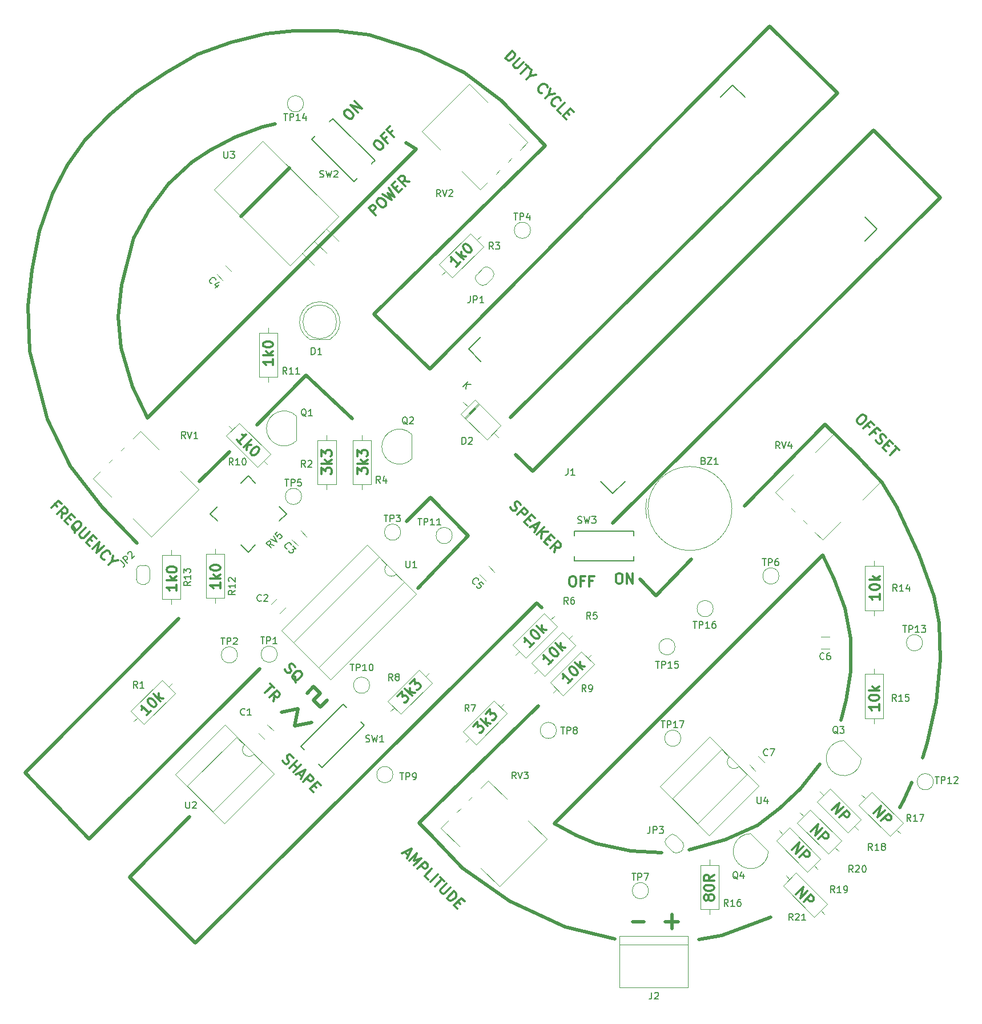
<source format=gbr>
G04 #@! TF.GenerationSoftware,KiCad,Pcbnew,5.0.2-bee76a0~70~ubuntu18.04.1*
G04 #@! TF.CreationDate,2020-07-22T02:23:45-04:00*
G04 #@! TF.ProjectId,synth,73796e74-682e-46b6-9963-61645f706362,rev?*
G04 #@! TF.SameCoordinates,Original*
G04 #@! TF.FileFunction,Legend,Top*
G04 #@! TF.FilePolarity,Positive*
%FSLAX46Y46*%
G04 Gerber Fmt 4.6, Leading zero omitted, Abs format (unit mm)*
G04 Created by KiCad (PCBNEW 5.0.2-bee76a0~70~ubuntu18.04.1) date Wed 22 Jul 2020 02:23:45 AM EDT*
%MOMM*%
%LPD*%
G01*
G04 APERTURE LIST*
%ADD10C,0.300000*%
%ADD11C,0.500000*%
%ADD12C,0.120000*%
%ADD13C,0.150000*%
G04 APERTURE END LIST*
D10*
X89278571Y-106675700D02*
X89278571Y-107532843D01*
X89278571Y-107104271D02*
X87778571Y-107104271D01*
X87992857Y-107247128D01*
X88135714Y-107389985D01*
X88207142Y-107532843D01*
X89278571Y-106032843D02*
X87778571Y-106032843D01*
X88707142Y-105889985D02*
X89278571Y-105461414D01*
X88278571Y-105461414D02*
X88850000Y-106032843D01*
X87778571Y-104532843D02*
X87778571Y-104389985D01*
X87850000Y-104247128D01*
X87921428Y-104175700D01*
X88064285Y-104104271D01*
X88350000Y-104032843D01*
X88707142Y-104032843D01*
X88992857Y-104104271D01*
X89135714Y-104175700D01*
X89207142Y-104247128D01*
X89278571Y-104389985D01*
X89278571Y-104532843D01*
X89207142Y-104675700D01*
X89135714Y-104747128D01*
X88992857Y-104818557D01*
X88707142Y-104889985D01*
X88350000Y-104889985D01*
X88064285Y-104818557D01*
X87921428Y-104747128D01*
X87850000Y-104675700D01*
X87778571Y-104532843D01*
D11*
X125200000Y-142000000D02*
X142900000Y-124700000D01*
X126800000Y-143600000D02*
X125200000Y-142000000D01*
X131700000Y-148700000D02*
X126800000Y-143600000D01*
X138700000Y-153600000D02*
X131700000Y-148700000D01*
X146900000Y-157400000D02*
X138700000Y-153600000D01*
X154300000Y-159200000D02*
X146900000Y-157400000D01*
X170100000Y-158700000D02*
X166700000Y-159300000D01*
X177400000Y-156000000D02*
X170100000Y-158700000D01*
X197100000Y-138600000D02*
X196500000Y-139700000D01*
X198300000Y-136000000D02*
X197100000Y-138600000D01*
X200600000Y-130200000D02*
X199900000Y-132400000D01*
X201900000Y-124100000D02*
X200600000Y-130200000D01*
X202500000Y-117800000D02*
X201900000Y-124100000D01*
X202400000Y-112400000D02*
X202500000Y-117800000D01*
X201600000Y-108400000D02*
X202400000Y-112400000D01*
X199400000Y-102300000D02*
X201600000Y-108400000D01*
X196100000Y-95200000D02*
X199400000Y-102300000D01*
X193900000Y-91600000D02*
X196100000Y-95200000D01*
X190200000Y-87600000D02*
X193900000Y-91600000D01*
X185400000Y-82900000D02*
X190200000Y-87600000D01*
X173500000Y-95000000D02*
X185400000Y-82900000D01*
X160400000Y-108300000D02*
X165600000Y-102900000D01*
X158000000Y-105900000D02*
X160400000Y-108300000D01*
X202500000Y-49300000D02*
X153900000Y-97600000D01*
X192600000Y-39300000D02*
X202500000Y-49300000D01*
X142100000Y-89900000D02*
X192600000Y-39300000D01*
X139500000Y-87400000D02*
X142100000Y-89900000D01*
X187300000Y-33800000D02*
X138800000Y-81900000D01*
X177200000Y-23900000D02*
X187300000Y-33800000D01*
X126800000Y-74700000D02*
X177200000Y-23900000D01*
X118500000Y-66600000D02*
X126800000Y-74700000D01*
X143900000Y-41600000D02*
X118500000Y-66600000D01*
X137400000Y-34900000D02*
X143900000Y-41600000D01*
X131900000Y-30800000D02*
X137400000Y-34900000D01*
X125500000Y-27600000D02*
X131900000Y-30800000D01*
X117900000Y-25200000D02*
X125500000Y-27600000D01*
X113000000Y-24600000D02*
X117900000Y-25200000D01*
X106700000Y-24600000D02*
X113000000Y-24600000D01*
X102500000Y-25000000D02*
X106700000Y-24600000D01*
X97400000Y-26300000D02*
X102500000Y-25000000D01*
X92400000Y-28100000D02*
X97400000Y-26300000D01*
X87700000Y-30800000D02*
X92400000Y-28100000D01*
X83200000Y-33700000D02*
X87700000Y-30800000D01*
X79300000Y-37000000D02*
X83200000Y-33700000D01*
X75700000Y-40800000D02*
X79300000Y-37000000D01*
X73100000Y-44500000D02*
X75700000Y-40800000D01*
X70900000Y-48700000D02*
X73100000Y-44500000D01*
X68900000Y-54300000D02*
X70900000Y-48700000D01*
X67800000Y-60100000D02*
X68900000Y-54300000D01*
X67200000Y-65400000D02*
X67800000Y-60100000D01*
X67500000Y-72100000D02*
X67200000Y-65400000D01*
X70100000Y-82200000D02*
X67500000Y-72100000D01*
X73500000Y-89100000D02*
X70100000Y-82200000D01*
X78200000Y-95200000D02*
X73500000Y-89100000D01*
X83400000Y-100500000D02*
X78200000Y-95200000D01*
X97100000Y-87000000D02*
X92600000Y-91400000D01*
X108500000Y-75600000D02*
X101200000Y-83000000D01*
X115300000Y-82100000D02*
X108500000Y-75600000D01*
X66800000Y-134600000D02*
X89600000Y-111700000D01*
X76300000Y-144400000D02*
X66800000Y-134600000D01*
X101600000Y-119200000D02*
X76300000Y-144400000D01*
X126900000Y-93800000D02*
X123400000Y-97300000D01*
X132500000Y-99400000D02*
X126900000Y-93800000D01*
X125100000Y-107200000D02*
X132500000Y-99400000D01*
X82300000Y-150100000D02*
X91200000Y-141100000D01*
X92000000Y-159800000D02*
X82300000Y-150100000D01*
X142700000Y-109400000D02*
X92000000Y-159800000D01*
X143400000Y-110100000D02*
X142700000Y-109400000D01*
X148600000Y-143900000D02*
X145300000Y-142100000D01*
X151500000Y-145100000D02*
X148600000Y-143900000D01*
X156600000Y-146200000D02*
X151500000Y-145100000D01*
X161200000Y-146400000D02*
X156600000Y-146200000D01*
X170700000Y-144500000D02*
X165300000Y-146000000D01*
X175400000Y-142400000D02*
X170700000Y-144500000D01*
X178700000Y-139800000D02*
X175400000Y-142400000D01*
X181800000Y-136900000D02*
X178700000Y-139800000D01*
X184700000Y-133300000D02*
X181800000Y-136900000D01*
X188600000Y-123800000D02*
X187800000Y-126800000D01*
X189200000Y-119600000D02*
X188600000Y-123800000D01*
X189200000Y-114700000D02*
X189200000Y-119600000D01*
X188400000Y-110200000D02*
X189200000Y-114700000D01*
X186800000Y-105900000D02*
X188400000Y-110200000D01*
X185100000Y-102300000D02*
X186800000Y-105900000D01*
X145300000Y-142100000D02*
X185100000Y-102300000D01*
X124800000Y-42100000D02*
X84900000Y-82000000D01*
X123300000Y-41200000D02*
X124800000Y-42100000D01*
X102000000Y-38800000D02*
X103900000Y-38400000D01*
X98000000Y-40300000D02*
X102000000Y-38800000D01*
X94200000Y-42300000D02*
X98000000Y-40300000D01*
X91500000Y-44100000D02*
X94200000Y-42300000D01*
X88100000Y-47300000D02*
X91500000Y-44100000D01*
X85200000Y-51200000D02*
X88100000Y-47300000D01*
X82900000Y-55300000D02*
X85200000Y-51200000D01*
X81100000Y-62300000D02*
X82900000Y-55300000D01*
X80600000Y-67000000D02*
X81100000Y-62300000D01*
X81000000Y-71600000D02*
X80600000Y-67000000D01*
X82700000Y-77300000D02*
X81000000Y-71600000D01*
X84900000Y-81900000D02*
X82700000Y-77300000D01*
X106000000Y-44900000D02*
X98800000Y-52100000D01*
X158600000Y-156700000D02*
X156900000Y-156700000D01*
X163700000Y-156700000D02*
X161700000Y-156700000D01*
X162700000Y-155600000D02*
X162700000Y-157700000D01*
D10*
X181140354Y-152575736D02*
X182201014Y-151515076D01*
X181746446Y-153181828D01*
X182807106Y-152121167D01*
X182251522Y-153686904D02*
X183312182Y-152626244D01*
X183716243Y-153030305D01*
X183766751Y-153181828D01*
X183766751Y-153282843D01*
X183716243Y-153434366D01*
X183564720Y-153585889D01*
X183413197Y-153636396D01*
X183312182Y-153636396D01*
X183160659Y-153585889D01*
X182756598Y-153181828D01*
X180540354Y-145975736D02*
X181601014Y-144915076D01*
X181146446Y-146581828D01*
X182207106Y-145521167D01*
X181651522Y-147086904D02*
X182712182Y-146026244D01*
X183116243Y-146430305D01*
X183166751Y-146581828D01*
X183166751Y-146682843D01*
X183116243Y-146834366D01*
X182964720Y-146985889D01*
X182813197Y-147036396D01*
X182712182Y-147036396D01*
X182560659Y-146985889D01*
X182156598Y-146581828D01*
X183340354Y-143275736D02*
X184401014Y-142215076D01*
X183946446Y-143881828D01*
X185007106Y-142821167D01*
X184451522Y-144386904D02*
X185512182Y-143326244D01*
X185916243Y-143730305D01*
X185966751Y-143881828D01*
X185966751Y-143982843D01*
X185916243Y-144134366D01*
X185764720Y-144285889D01*
X185613197Y-144336396D01*
X185512182Y-144336396D01*
X185360659Y-144285889D01*
X184956598Y-143881828D01*
X186440354Y-140075736D02*
X187501014Y-139015076D01*
X187046446Y-140681828D01*
X188107106Y-139621167D01*
X187551522Y-141186904D02*
X188612182Y-140126244D01*
X189016243Y-140530305D01*
X189066751Y-140681828D01*
X189066751Y-140782843D01*
X189016243Y-140934366D01*
X188864720Y-141085889D01*
X188713197Y-141136396D01*
X188612182Y-141136396D01*
X188460659Y-141085889D01*
X188056598Y-140681828D01*
X192640354Y-140575736D02*
X193701014Y-139515076D01*
X193246446Y-141181828D01*
X194307106Y-140121167D01*
X193751522Y-141686904D02*
X194812182Y-140626244D01*
X195216243Y-141030305D01*
X195266751Y-141181828D01*
X195266751Y-141282843D01*
X195216243Y-141434366D01*
X195064720Y-141585889D01*
X194913197Y-141636396D01*
X194812182Y-141636396D01*
X194660659Y-141585889D01*
X194256598Y-141181828D01*
X193437150Y-124444329D02*
X193437150Y-125301472D01*
X193437150Y-124872900D02*
X191937150Y-124872900D01*
X192151436Y-125015757D01*
X192294293Y-125158614D01*
X192365721Y-125301472D01*
X191937150Y-123515757D02*
X191937150Y-123372900D01*
X192008579Y-123230043D01*
X192080007Y-123158614D01*
X192222864Y-123087186D01*
X192508579Y-123015757D01*
X192865721Y-123015757D01*
X193151436Y-123087186D01*
X193294293Y-123158614D01*
X193365721Y-123230043D01*
X193437150Y-123372900D01*
X193437150Y-123515757D01*
X193365721Y-123658614D01*
X193294293Y-123730043D01*
X193151436Y-123801472D01*
X192865721Y-123872900D01*
X192508579Y-123872900D01*
X192222864Y-123801472D01*
X192080007Y-123730043D01*
X192008579Y-123658614D01*
X191937150Y-123515757D01*
X193437150Y-122372900D02*
X191937150Y-122372900D01*
X192865721Y-122230043D02*
X193437150Y-121801472D01*
X192437150Y-121801472D02*
X193008579Y-122372900D01*
X193537150Y-108044329D02*
X193537150Y-108901472D01*
X193537150Y-108472900D02*
X192037150Y-108472900D01*
X192251436Y-108615757D01*
X192394293Y-108758614D01*
X192465721Y-108901472D01*
X192037150Y-107115757D02*
X192037150Y-106972900D01*
X192108579Y-106830043D01*
X192180007Y-106758614D01*
X192322864Y-106687186D01*
X192608579Y-106615757D01*
X192965721Y-106615757D01*
X193251436Y-106687186D01*
X193394293Y-106758614D01*
X193465721Y-106830043D01*
X193537150Y-106972900D01*
X193537150Y-107115757D01*
X193465721Y-107258614D01*
X193394293Y-107330043D01*
X193251436Y-107401472D01*
X192965721Y-107472900D01*
X192608579Y-107472900D01*
X192322864Y-107401472D01*
X192180007Y-107330043D01*
X192108579Y-107258614D01*
X192037150Y-107115757D01*
X193537150Y-105972900D02*
X192037150Y-105972900D01*
X192965721Y-105830043D02*
X193537150Y-105401472D01*
X192537150Y-105401472D02*
X193108579Y-105972900D01*
X168121428Y-153207142D02*
X168050000Y-153350000D01*
X167978571Y-153421428D01*
X167835714Y-153492857D01*
X167764285Y-153492857D01*
X167621428Y-153421428D01*
X167550000Y-153350000D01*
X167478571Y-153207142D01*
X167478571Y-152921428D01*
X167550000Y-152778571D01*
X167621428Y-152707142D01*
X167764285Y-152635714D01*
X167835714Y-152635714D01*
X167978571Y-152707142D01*
X168050000Y-152778571D01*
X168121428Y-152921428D01*
X168121428Y-153207142D01*
X168192857Y-153350000D01*
X168264285Y-153421428D01*
X168407142Y-153492857D01*
X168692857Y-153492857D01*
X168835714Y-153421428D01*
X168907142Y-153350000D01*
X168978571Y-153207142D01*
X168978571Y-152921428D01*
X168907142Y-152778571D01*
X168835714Y-152707142D01*
X168692857Y-152635714D01*
X168407142Y-152635714D01*
X168264285Y-152707142D01*
X168192857Y-152778571D01*
X168121428Y-152921428D01*
X167478571Y-151707142D02*
X167478571Y-151564285D01*
X167550000Y-151421428D01*
X167621428Y-151350000D01*
X167764285Y-151278571D01*
X168050000Y-151207142D01*
X168407142Y-151207142D01*
X168692857Y-151278571D01*
X168835714Y-151350000D01*
X168907142Y-151421428D01*
X168978571Y-151564285D01*
X168978571Y-151707142D01*
X168907142Y-151850000D01*
X168835714Y-151921428D01*
X168692857Y-151992857D01*
X168407142Y-152064285D01*
X168050000Y-152064285D01*
X167764285Y-151992857D01*
X167621428Y-151921428D01*
X167550000Y-151850000D01*
X167478571Y-151707142D01*
X168978571Y-149707142D02*
X168264285Y-150207142D01*
X168978571Y-150564285D02*
X167478571Y-150564285D01*
X167478571Y-149992857D01*
X167550000Y-149850000D01*
X167621428Y-149778571D01*
X167764285Y-149707142D01*
X167978571Y-149707142D01*
X168121428Y-149778571D01*
X168192857Y-149850000D01*
X168264285Y-149992857D01*
X168264285Y-150564285D01*
X147948477Y-120711167D02*
X147342385Y-121317259D01*
X147645431Y-121014213D02*
X146584771Y-119953553D01*
X146635278Y-120206091D01*
X146635278Y-120408122D01*
X146584771Y-120559644D01*
X147544416Y-118993908D02*
X147645431Y-118892893D01*
X147796954Y-118842385D01*
X147897969Y-118842385D01*
X148049492Y-118892893D01*
X148302030Y-119044416D01*
X148554568Y-119296954D01*
X148706091Y-119549492D01*
X148756599Y-119701015D01*
X148756599Y-119802030D01*
X148706091Y-119953553D01*
X148605076Y-120054568D01*
X148453553Y-120105076D01*
X148352538Y-120105076D01*
X148201015Y-120054568D01*
X147948477Y-119903045D01*
X147695938Y-119650507D01*
X147544416Y-119397969D01*
X147493908Y-119246446D01*
X147493908Y-119145431D01*
X147544416Y-118993908D01*
X149413198Y-119246446D02*
X148352538Y-118185786D01*
X149110152Y-118741370D02*
X149817259Y-118842385D01*
X149110152Y-118135278D02*
X149110152Y-118943400D01*
X145048477Y-117911167D02*
X144442385Y-118517259D01*
X144745431Y-118214213D02*
X143684771Y-117153553D01*
X143735278Y-117406091D01*
X143735278Y-117608122D01*
X143684771Y-117759644D01*
X144644416Y-116193908D02*
X144745431Y-116092893D01*
X144896954Y-116042385D01*
X144997969Y-116042385D01*
X145149492Y-116092893D01*
X145402030Y-116244416D01*
X145654568Y-116496954D01*
X145806091Y-116749492D01*
X145856599Y-116901015D01*
X145856599Y-117002030D01*
X145806091Y-117153553D01*
X145705076Y-117254568D01*
X145553553Y-117305076D01*
X145452538Y-117305076D01*
X145301015Y-117254568D01*
X145048477Y-117103045D01*
X144795938Y-116850507D01*
X144644416Y-116597969D01*
X144593908Y-116446446D01*
X144593908Y-116345431D01*
X144644416Y-116193908D01*
X146513198Y-116446446D02*
X145452538Y-115385786D01*
X146210152Y-115941370D02*
X146917259Y-116042385D01*
X146210152Y-115335278D02*
X146210152Y-116143400D01*
X142248477Y-115311167D02*
X141642385Y-115917259D01*
X141945431Y-115614213D02*
X140884771Y-114553553D01*
X140935278Y-114806091D01*
X140935278Y-115008122D01*
X140884771Y-115159644D01*
X141844416Y-113593908D02*
X141945431Y-113492893D01*
X142096954Y-113442385D01*
X142197969Y-113442385D01*
X142349492Y-113492893D01*
X142602030Y-113644416D01*
X142854568Y-113896954D01*
X143006091Y-114149492D01*
X143056599Y-114301015D01*
X143056599Y-114402030D01*
X143006091Y-114553553D01*
X142905076Y-114654568D01*
X142753553Y-114705076D01*
X142652538Y-114705076D01*
X142501015Y-114654568D01*
X142248477Y-114503045D01*
X141995938Y-114250507D01*
X141844416Y-113997969D01*
X141793908Y-113846446D01*
X141793908Y-113745431D01*
X141844416Y-113593908D01*
X143713198Y-113846446D02*
X142652538Y-112785786D01*
X143410152Y-113341370D02*
X144117259Y-113442385D01*
X143410152Y-112735278D02*
X143410152Y-113543400D01*
X133231217Y-127707106D02*
X133887816Y-127050507D01*
X133938324Y-127808122D01*
X134089847Y-127656599D01*
X134241370Y-127606091D01*
X134342385Y-127606091D01*
X134493908Y-127656599D01*
X134746446Y-127909137D01*
X134796954Y-128060660D01*
X134796954Y-128161675D01*
X134746446Y-128313198D01*
X134443400Y-128616244D01*
X134291877Y-128666751D01*
X134190862Y-128666751D01*
X135403045Y-127656599D02*
X134342385Y-126595938D01*
X135100000Y-127151522D02*
X135807106Y-127252538D01*
X135100000Y-126545431D02*
X135100000Y-127353553D01*
X135100000Y-125838324D02*
X135756599Y-125181725D01*
X135807106Y-125939339D01*
X135958629Y-125787816D01*
X136110152Y-125737309D01*
X136211167Y-125737309D01*
X136362690Y-125787816D01*
X136615228Y-126040355D01*
X136665736Y-126191877D01*
X136665736Y-126292893D01*
X136615228Y-126444416D01*
X136312183Y-126747461D01*
X136160660Y-126797969D01*
X136059644Y-126797969D01*
X122031217Y-123207106D02*
X122687816Y-122550507D01*
X122738324Y-123308122D01*
X122889847Y-123156599D01*
X123041370Y-123106091D01*
X123142385Y-123106091D01*
X123293908Y-123156599D01*
X123546446Y-123409137D01*
X123596954Y-123560660D01*
X123596954Y-123661675D01*
X123546446Y-123813198D01*
X123243400Y-124116244D01*
X123091877Y-124166751D01*
X122990862Y-124166751D01*
X124203045Y-123156599D02*
X123142385Y-122095938D01*
X123900000Y-122651522D02*
X124607106Y-122752538D01*
X123900000Y-122045431D02*
X123900000Y-122853553D01*
X123900000Y-121338324D02*
X124556599Y-120681725D01*
X124607106Y-121439339D01*
X124758629Y-121287816D01*
X124910152Y-121237309D01*
X125011167Y-121237309D01*
X125162690Y-121287816D01*
X125415228Y-121540355D01*
X125465736Y-121691877D01*
X125465736Y-121792893D01*
X125415228Y-121944416D01*
X125112183Y-122247461D01*
X124960660Y-122297969D01*
X124859644Y-122297969D01*
X116078571Y-90321428D02*
X116078571Y-89392857D01*
X116650000Y-89892857D01*
X116650000Y-89678571D01*
X116721428Y-89535714D01*
X116792857Y-89464285D01*
X116935714Y-89392857D01*
X117292857Y-89392857D01*
X117435714Y-89464285D01*
X117507142Y-89535714D01*
X117578571Y-89678571D01*
X117578571Y-90107142D01*
X117507142Y-90250000D01*
X117435714Y-90321428D01*
X117578571Y-88750000D02*
X116078571Y-88750000D01*
X117007142Y-88607142D02*
X117578571Y-88178571D01*
X116578571Y-88178571D02*
X117150000Y-88750000D01*
X116078571Y-87678571D02*
X116078571Y-86750000D01*
X116650000Y-87250000D01*
X116650000Y-87035714D01*
X116721428Y-86892857D01*
X116792857Y-86821428D01*
X116935714Y-86750000D01*
X117292857Y-86750000D01*
X117435714Y-86821428D01*
X117507142Y-86892857D01*
X117578571Y-87035714D01*
X117578571Y-87464285D01*
X117507142Y-87607142D01*
X117435714Y-87678571D01*
X110778571Y-90321428D02*
X110778571Y-89392857D01*
X111350000Y-89892857D01*
X111350000Y-89678571D01*
X111421428Y-89535714D01*
X111492857Y-89464285D01*
X111635714Y-89392857D01*
X111992857Y-89392857D01*
X112135714Y-89464285D01*
X112207142Y-89535714D01*
X112278571Y-89678571D01*
X112278571Y-90107142D01*
X112207142Y-90250000D01*
X112135714Y-90321428D01*
X112278571Y-88750000D02*
X110778571Y-88750000D01*
X111707142Y-88607142D02*
X112278571Y-88178571D01*
X111278571Y-88178571D02*
X111850000Y-88750000D01*
X110778571Y-87678571D02*
X110778571Y-86750000D01*
X111350000Y-87250000D01*
X111350000Y-87035714D01*
X111421428Y-86892857D01*
X111492857Y-86821428D01*
X111635714Y-86750000D01*
X111992857Y-86750000D01*
X112135714Y-86821428D01*
X112207142Y-86892857D01*
X112278571Y-87035714D01*
X112278571Y-87464285D01*
X112207142Y-87607142D01*
X112135714Y-87678571D01*
X85448477Y-125411167D02*
X84842385Y-126017259D01*
X85145431Y-125714213D02*
X84084771Y-124653553D01*
X84135278Y-124906091D01*
X84135278Y-125108122D01*
X84084771Y-125259644D01*
X85044416Y-123693908D02*
X85145431Y-123592893D01*
X85296954Y-123542385D01*
X85397969Y-123542385D01*
X85549492Y-123592893D01*
X85802030Y-123744416D01*
X86054568Y-123996954D01*
X86206091Y-124249492D01*
X86256599Y-124401015D01*
X86256599Y-124502030D01*
X86206091Y-124653553D01*
X86105076Y-124754568D01*
X85953553Y-124805076D01*
X85852538Y-124805076D01*
X85701015Y-124754568D01*
X85448477Y-124603045D01*
X85195938Y-124350507D01*
X85044416Y-124097969D01*
X84993908Y-123946446D01*
X84993908Y-123845431D01*
X85044416Y-123693908D01*
X86913198Y-123946446D02*
X85852538Y-122885786D01*
X86610152Y-123441370D02*
X87317259Y-123542385D01*
X86610152Y-122835278D02*
X86610152Y-123643400D01*
X95778571Y-106392857D02*
X95778571Y-107250000D01*
X95778571Y-106821428D02*
X94278571Y-106821428D01*
X94492857Y-106964285D01*
X94635714Y-107107142D01*
X94707142Y-107250000D01*
X95778571Y-105750000D02*
X94278571Y-105750000D01*
X95207142Y-105607142D02*
X95778571Y-105178571D01*
X94778571Y-105178571D02*
X95350000Y-105750000D01*
X94278571Y-104250000D02*
X94278571Y-104107142D01*
X94350000Y-103964285D01*
X94421428Y-103892857D01*
X94564285Y-103821428D01*
X94850000Y-103750000D01*
X95207142Y-103750000D01*
X95492857Y-103821428D01*
X95635714Y-103892857D01*
X95707142Y-103964285D01*
X95778571Y-104107142D01*
X95778571Y-104250000D01*
X95707142Y-104392857D01*
X95635714Y-104464285D01*
X95492857Y-104535714D01*
X95207142Y-104607142D01*
X94850000Y-104607142D01*
X94564285Y-104535714D01*
X94421428Y-104464285D01*
X94350000Y-104392857D01*
X94278571Y-104250000D01*
X103578571Y-73292857D02*
X103578571Y-74150000D01*
X103578571Y-73721428D02*
X102078571Y-73721428D01*
X102292857Y-73864285D01*
X102435714Y-74007142D01*
X102507142Y-74150000D01*
X103578571Y-72650000D02*
X102078571Y-72650000D01*
X103007142Y-72507142D02*
X103578571Y-72078571D01*
X102578571Y-72078571D02*
X103150000Y-72650000D01*
X102078571Y-71150000D02*
X102078571Y-71007142D01*
X102150000Y-70864285D01*
X102221428Y-70792857D01*
X102364285Y-70721428D01*
X102650000Y-70650000D01*
X103007142Y-70650000D01*
X103292857Y-70721428D01*
X103435714Y-70792857D01*
X103507142Y-70864285D01*
X103578571Y-71007142D01*
X103578571Y-71150000D01*
X103507142Y-71292857D01*
X103435714Y-71364285D01*
X103292857Y-71435714D01*
X103007142Y-71507142D01*
X102650000Y-71507142D01*
X102364285Y-71435714D01*
X102221428Y-71364285D01*
X102150000Y-71292857D01*
X102078571Y-71150000D01*
X98788832Y-85848477D02*
X98182740Y-85242385D01*
X98485786Y-85545431D02*
X99546446Y-84484771D01*
X99293908Y-84535278D01*
X99091877Y-84535278D01*
X98940355Y-84484771D01*
X99243400Y-86303045D02*
X100304061Y-85242385D01*
X99748477Y-86000000D02*
X99647461Y-86707106D01*
X100354568Y-86000000D02*
X99546446Y-86000000D01*
X101364721Y-86303045D02*
X101465736Y-86404061D01*
X101516244Y-86555583D01*
X101516244Y-86656599D01*
X101465736Y-86808122D01*
X101314213Y-87060660D01*
X101061675Y-87313198D01*
X100809137Y-87464721D01*
X100657614Y-87515228D01*
X100556599Y-87515228D01*
X100405076Y-87464721D01*
X100304061Y-87363705D01*
X100253553Y-87212183D01*
X100253553Y-87111167D01*
X100304061Y-86959644D01*
X100455583Y-86707106D01*
X100708122Y-86454568D01*
X100960660Y-86303045D01*
X101112183Y-86252538D01*
X101213198Y-86252538D01*
X101364721Y-86303045D01*
X131348477Y-58911167D02*
X130742385Y-59517259D01*
X131045431Y-59214213D02*
X129984771Y-58153553D01*
X130035278Y-58406091D01*
X130035278Y-58608122D01*
X129984771Y-58759644D01*
X131803045Y-58456599D02*
X130742385Y-57395938D01*
X131500000Y-57951522D02*
X132207106Y-58052538D01*
X131500000Y-57345431D02*
X131500000Y-58153553D01*
X131803045Y-56335278D02*
X131904061Y-56234263D01*
X132055583Y-56183755D01*
X132156599Y-56183755D01*
X132308122Y-56234263D01*
X132560660Y-56385786D01*
X132813198Y-56638324D01*
X132964721Y-56890862D01*
X133015228Y-57042385D01*
X133015228Y-57143400D01*
X132964721Y-57294923D01*
X132863705Y-57395938D01*
X132712183Y-57446446D01*
X132611167Y-57446446D01*
X132459644Y-57395938D01*
X132207106Y-57244416D01*
X131954568Y-56991877D01*
X131803045Y-56739339D01*
X131752538Y-56587816D01*
X131752538Y-56486801D01*
X131803045Y-56335278D01*
X103147461Y-121385786D02*
X103753553Y-121991877D01*
X102389847Y-122749492D02*
X103450507Y-121688832D01*
X103652538Y-124012183D02*
X103804061Y-123153553D01*
X103046446Y-123406091D02*
X104107106Y-122345431D01*
X104511167Y-122749492D01*
X104561675Y-122901015D01*
X104561675Y-123002030D01*
X104511167Y-123153553D01*
X104359644Y-123305076D01*
X104208122Y-123355583D01*
X104107106Y-123355583D01*
X103955583Y-123305076D01*
X103551522Y-122901015D01*
X105312055Y-119270685D02*
X105413070Y-119472715D01*
X105665608Y-119725253D01*
X105817131Y-119775761D01*
X105918147Y-119775761D01*
X106069669Y-119725253D01*
X106170685Y-119624238D01*
X106221192Y-119472715D01*
X106221192Y-119371700D01*
X106170685Y-119220177D01*
X106019162Y-118967639D01*
X105968654Y-118816116D01*
X105968654Y-118715101D01*
X106019162Y-118563578D01*
X106120177Y-118462563D01*
X106271700Y-118412055D01*
X106372715Y-118412055D01*
X106524238Y-118462563D01*
X106776776Y-118715101D01*
X106877791Y-118917131D01*
X106928299Y-121189975D02*
X106877791Y-121038452D01*
X106877791Y-120836421D01*
X106877791Y-120533375D01*
X106827284Y-120381852D01*
X106726269Y-120280837D01*
X106524238Y-120583883D02*
X106473730Y-120432360D01*
X106473730Y-120230330D01*
X106625253Y-119977791D01*
X106978807Y-119624238D01*
X107231345Y-119472715D01*
X107433375Y-119472715D01*
X107584898Y-119523223D01*
X107786929Y-119725253D01*
X107837436Y-119876776D01*
X107837436Y-120078807D01*
X107685913Y-120331345D01*
X107332360Y-120684898D01*
X107079822Y-120836421D01*
X106877791Y-120836421D01*
X106726269Y-120785913D01*
X106524238Y-120583883D01*
D11*
X106800000Y-127600000D02*
X109300000Y-127100000D01*
X107300000Y-125100000D02*
X106800000Y-127600000D01*
X104800000Y-125600000D02*
X107300000Y-125100000D01*
X110600000Y-124800000D02*
X111600000Y-123800000D01*
X109600000Y-123800000D02*
X110600000Y-124800000D01*
X110600000Y-122800000D02*
X109600000Y-123800000D01*
X109600000Y-121800000D02*
X110600000Y-122800000D01*
X108600000Y-122800000D02*
X109600000Y-121800000D01*
D10*
X104997334Y-132755963D02*
X105098349Y-132957994D01*
X105350887Y-133210532D01*
X105502410Y-133261040D01*
X105603425Y-133261040D01*
X105754948Y-133210532D01*
X105855963Y-133109517D01*
X105906471Y-132957994D01*
X105906471Y-132856979D01*
X105855963Y-132705456D01*
X105704441Y-132452918D01*
X105653933Y-132301395D01*
X105653933Y-132200380D01*
X105704441Y-132048857D01*
X105805456Y-131947841D01*
X105956979Y-131897334D01*
X106057994Y-131897334D01*
X106209517Y-131947841D01*
X106462055Y-132200380D01*
X106563070Y-132402410D01*
X106007486Y-133867131D02*
X107068147Y-132806471D01*
X106563070Y-133311547D02*
X107169162Y-133917639D01*
X106613578Y-134473223D02*
X107674238Y-133412563D01*
X107371192Y-134624746D02*
X107876269Y-135129822D01*
X106967131Y-134826776D02*
X108381345Y-134119669D01*
X107674238Y-135533883D01*
X108027791Y-135887436D02*
X109088452Y-134826776D01*
X109492513Y-135230837D01*
X109543020Y-135382360D01*
X109543020Y-135483375D01*
X109492513Y-135634898D01*
X109340990Y-135786421D01*
X109189467Y-135836929D01*
X109088452Y-135836929D01*
X108936929Y-135786421D01*
X108532868Y-135382360D01*
X109644036Y-136392513D02*
X109997589Y-136746066D01*
X109593528Y-137453173D02*
X109088452Y-136948097D01*
X110149112Y-135887436D01*
X110654188Y-136392513D01*
X191281725Y-81570049D02*
X191483755Y-81772080D01*
X191534263Y-81923603D01*
X191534263Y-82125633D01*
X191382740Y-82378172D01*
X191029187Y-82731725D01*
X190776649Y-82883248D01*
X190574618Y-82883248D01*
X190423095Y-82832740D01*
X190221065Y-82630710D01*
X190170557Y-82479187D01*
X190170557Y-82277156D01*
X190322080Y-82024618D01*
X190675633Y-81671065D01*
X190928172Y-81519542D01*
X191130202Y-81519542D01*
X191281725Y-81570049D01*
X192039339Y-83337816D02*
X191685786Y-82984263D01*
X191130202Y-83539847D02*
X192190862Y-82479187D01*
X192695938Y-82984263D01*
X192948477Y-84246954D02*
X192594923Y-83893400D01*
X192039339Y-84448984D02*
X193099999Y-83388324D01*
X193605076Y-83893400D01*
X192948477Y-85257106D02*
X193049492Y-85459137D01*
X193302030Y-85711675D01*
X193453553Y-85762183D01*
X193554568Y-85762183D01*
X193706091Y-85711675D01*
X193807106Y-85610660D01*
X193857614Y-85459137D01*
X193857614Y-85358122D01*
X193807106Y-85206599D01*
X193655583Y-84954061D01*
X193605076Y-84802538D01*
X193605076Y-84701522D01*
X193655583Y-84549999D01*
X193756599Y-84448984D01*
X193908122Y-84398477D01*
X194009137Y-84398477D01*
X194160660Y-84448984D01*
X194413198Y-84701522D01*
X194514213Y-84903553D01*
X194514213Y-85812690D02*
X194867766Y-86166244D01*
X194463705Y-86873350D02*
X193958629Y-86368274D01*
X195019289Y-85307614D01*
X195524366Y-85812690D01*
X195827411Y-86115736D02*
X196433503Y-86721827D01*
X195069797Y-87479442D02*
X196130457Y-86418782D01*
X137999744Y-28609389D02*
X139060405Y-27548729D01*
X139312943Y-27801267D01*
X139413958Y-28003298D01*
X139413958Y-28205328D01*
X139363450Y-28356851D01*
X139211927Y-28609389D01*
X139060405Y-28760912D01*
X138807866Y-28912435D01*
X138656344Y-28962943D01*
X138454313Y-28962943D01*
X138252283Y-28861927D01*
X137999744Y-28609389D01*
X140121065Y-28609389D02*
X139262435Y-29468019D01*
X139211927Y-29619542D01*
X139211927Y-29720557D01*
X139262435Y-29872080D01*
X139464466Y-30074111D01*
X139615988Y-30124618D01*
X139717004Y-30124618D01*
X139868527Y-30074111D01*
X140727156Y-29215481D01*
X141080710Y-29569034D02*
X141686801Y-30175126D01*
X140323095Y-30932740D02*
X141383755Y-29872080D01*
X141686801Y-31286294D02*
X141181725Y-31791370D01*
X141888832Y-30377156D02*
X141686801Y-31286294D01*
X142595938Y-31084263D01*
X143404061Y-33811675D02*
X143303045Y-33811675D01*
X143101015Y-33710660D01*
X143000000Y-33609644D01*
X142898984Y-33407614D01*
X142898984Y-33205583D01*
X142949492Y-33054061D01*
X143101015Y-32801522D01*
X143252538Y-32650000D01*
X143505076Y-32498477D01*
X143656599Y-32447969D01*
X143858629Y-32447969D01*
X144060660Y-32548984D01*
X144161675Y-32649999D01*
X144262690Y-32852030D01*
X144262690Y-32953045D01*
X144464721Y-34064213D02*
X143959644Y-34569289D01*
X144666751Y-33155076D02*
X144464721Y-34064213D01*
X145373858Y-33862183D01*
X145373858Y-35781472D02*
X145272843Y-35781472D01*
X145070812Y-35680457D01*
X144969797Y-35579442D01*
X144868782Y-35377411D01*
X144868782Y-35175381D01*
X144919289Y-35023858D01*
X145070812Y-34771320D01*
X145222335Y-34619797D01*
X145474873Y-34468274D01*
X145626396Y-34417766D01*
X145828427Y-34417766D01*
X146030457Y-34518782D01*
X146131472Y-34619797D01*
X146232488Y-34821827D01*
X146232488Y-34922843D01*
X146232488Y-36842133D02*
X145727411Y-36337056D01*
X146788072Y-35276396D01*
X147141625Y-36640102D02*
X147495178Y-36993655D01*
X147091117Y-37700762D02*
X146586041Y-37195686D01*
X147646701Y-36135026D01*
X148151777Y-36640102D01*
X71585658Y-95084136D02*
X71232105Y-94730582D01*
X70676521Y-95286166D02*
X71737181Y-94225506D01*
X72242258Y-94730582D01*
X72191750Y-96801395D02*
X72343273Y-95942765D01*
X71585658Y-96195303D02*
X72646319Y-95134643D01*
X73050380Y-95538704D01*
X73100887Y-95690227D01*
X73100887Y-95791242D01*
X73050380Y-95942765D01*
X72898857Y-96094288D01*
X72747334Y-96144796D01*
X72646319Y-96144796D01*
X72494796Y-96094288D01*
X72090735Y-95690227D01*
X73201902Y-96700380D02*
X73555456Y-97053933D01*
X73151395Y-97761040D02*
X72646319Y-97255963D01*
X73706979Y-96195303D01*
X74212055Y-96700380D01*
X74212055Y-99023730D02*
X74161547Y-98872208D01*
X74161547Y-98670177D01*
X74161547Y-98367131D01*
X74111040Y-98215608D01*
X74010024Y-98114593D01*
X73807994Y-98417639D02*
X73757486Y-98266116D01*
X73757486Y-98064086D01*
X73909009Y-97811547D01*
X74262563Y-97457994D01*
X74515101Y-97306471D01*
X74717131Y-97306471D01*
X74868654Y-97356979D01*
X75070685Y-97559009D01*
X75121192Y-97710532D01*
X75121192Y-97912563D01*
X74969669Y-98165101D01*
X74616116Y-98518654D01*
X74363578Y-98670177D01*
X74161547Y-98670177D01*
X74010024Y-98619669D01*
X73807994Y-98417639D01*
X75777791Y-98266116D02*
X74919162Y-99124746D01*
X74868654Y-99276269D01*
X74868654Y-99377284D01*
X74919162Y-99528807D01*
X75121192Y-99730837D01*
X75272715Y-99781345D01*
X75373730Y-99781345D01*
X75525253Y-99730837D01*
X76383883Y-98872208D01*
X76383883Y-99882360D02*
X76737436Y-100235913D01*
X76333375Y-100943020D02*
X75828299Y-100437944D01*
X76888959Y-99377284D01*
X77394036Y-99882360D01*
X76787944Y-101397589D02*
X77848604Y-100336929D01*
X77394036Y-102003680D01*
X78454696Y-100943020D01*
X78606219Y-103013833D02*
X78505203Y-103013833D01*
X78303173Y-102912818D01*
X78202158Y-102811802D01*
X78101142Y-102609772D01*
X78101142Y-102407741D01*
X78151650Y-102256219D01*
X78303173Y-102003680D01*
X78454696Y-101852158D01*
X78707234Y-101700635D01*
X78858757Y-101650127D01*
X79060787Y-101650127D01*
X79262818Y-101751142D01*
X79363833Y-101852158D01*
X79464848Y-102054188D01*
X79464848Y-102155203D01*
X79666879Y-103266371D02*
X79161802Y-103771447D01*
X79868909Y-102357234D02*
X79666879Y-103266371D01*
X80576016Y-103064341D01*
X123132613Y-146336166D02*
X123637689Y-146841242D01*
X122728552Y-146538197D02*
X124142765Y-145831090D01*
X123435658Y-147245303D01*
X123789212Y-147598857D02*
X124849872Y-146538197D01*
X124445811Y-147649364D01*
X125556979Y-147245303D01*
X124496319Y-148305963D01*
X125001395Y-148811040D02*
X126062055Y-147750380D01*
X126466116Y-148154441D01*
X126516624Y-148305963D01*
X126516624Y-148406979D01*
X126466116Y-148558502D01*
X126314593Y-148710024D01*
X126163070Y-148760532D01*
X126062055Y-148760532D01*
X125910532Y-148710024D01*
X125506471Y-148305963D01*
X126567131Y-150376776D02*
X126062055Y-149871700D01*
X127122715Y-148811040D01*
X126920685Y-150730330D02*
X127981345Y-149669669D01*
X128334898Y-150023223D02*
X128940990Y-150629314D01*
X127577284Y-151386929D02*
X128637944Y-150326269D01*
X129294543Y-150982868D02*
X128435913Y-151841497D01*
X128385406Y-151993020D01*
X128385406Y-152094036D01*
X128435913Y-152245558D01*
X128637944Y-152447589D01*
X128789467Y-152498097D01*
X128890482Y-152498097D01*
X129042005Y-152447589D01*
X129900635Y-151588959D01*
X129345051Y-153154696D02*
X130405711Y-152094036D01*
X130658249Y-152346574D01*
X130759264Y-152548604D01*
X130759264Y-152750635D01*
X130708757Y-152902158D01*
X130557234Y-153154696D01*
X130405711Y-153306219D01*
X130153173Y-153457741D01*
X130001650Y-153508249D01*
X129799619Y-153508249D01*
X129597589Y-153407234D01*
X129345051Y-153154696D01*
X130961295Y-153659772D02*
X131314848Y-154013325D01*
X130910787Y-154720432D02*
X130405711Y-154215356D01*
X131466371Y-153154696D01*
X131971447Y-153659772D01*
X118609009Y-41079314D02*
X118811040Y-40877284D01*
X118962563Y-40826776D01*
X119164593Y-40826776D01*
X119417131Y-40978299D01*
X119770685Y-41331852D01*
X119922208Y-41584391D01*
X119922208Y-41786421D01*
X119871700Y-41937944D01*
X119669669Y-42139975D01*
X119518147Y-42190482D01*
X119316116Y-42190482D01*
X119063578Y-42038959D01*
X118710024Y-41685406D01*
X118558502Y-41432868D01*
X118558502Y-41230837D01*
X118609009Y-41079314D01*
X120376776Y-40321700D02*
X120023223Y-40675253D01*
X120578807Y-41230837D02*
X119518147Y-40170177D01*
X120023223Y-39665101D01*
X121285913Y-39412563D02*
X120932360Y-39766116D01*
X121487944Y-40321700D02*
X120427284Y-39261040D01*
X120932360Y-38755963D01*
X114162563Y-36525761D02*
X114364593Y-36323730D01*
X114516116Y-36273223D01*
X114718147Y-36273223D01*
X114970685Y-36424746D01*
X115324238Y-36778299D01*
X115475761Y-37030837D01*
X115475761Y-37232868D01*
X115425253Y-37384391D01*
X115223223Y-37586421D01*
X115071700Y-37636929D01*
X114869669Y-37636929D01*
X114617131Y-37485406D01*
X114263578Y-37131852D01*
X114112055Y-36879314D01*
X114112055Y-36677284D01*
X114162563Y-36525761D01*
X116132360Y-36677284D02*
X115071700Y-35616624D01*
X116738452Y-36071192D01*
X115677791Y-35010532D01*
X118830202Y-51929442D02*
X117769542Y-50868782D01*
X118173603Y-50464721D01*
X118325126Y-50414213D01*
X118426141Y-50414213D01*
X118577664Y-50464721D01*
X118729187Y-50616244D01*
X118779694Y-50767766D01*
X118779694Y-50868782D01*
X118729187Y-51020305D01*
X118325126Y-51424366D01*
X119032233Y-49606091D02*
X119234263Y-49404061D01*
X119385786Y-49353553D01*
X119587816Y-49353553D01*
X119840355Y-49505076D01*
X120193908Y-49858629D01*
X120345431Y-50111167D01*
X120345431Y-50313198D01*
X120294923Y-50464721D01*
X120092893Y-50666751D01*
X119941370Y-50717259D01*
X119739339Y-50717259D01*
X119486801Y-50565736D01*
X119133248Y-50212183D01*
X118981725Y-49959644D01*
X118981725Y-49757614D01*
X119032233Y-49606091D01*
X119840355Y-48797969D02*
X121153553Y-49606091D01*
X120597969Y-48646446D01*
X121557614Y-49202030D01*
X120749492Y-47888832D01*
X121658629Y-47989847D02*
X122012183Y-47636294D01*
X122719289Y-48040355D02*
X122214213Y-48545431D01*
X121153553Y-47484771D01*
X121658629Y-46979694D01*
X123779950Y-46979694D02*
X122921320Y-46828172D01*
X123173858Y-47585786D02*
X122113198Y-46525126D01*
X122517259Y-46121065D01*
X122668782Y-46070557D01*
X122769797Y-46070557D01*
X122921320Y-46121065D01*
X123072843Y-46272588D01*
X123123350Y-46424111D01*
X123123350Y-46525126D01*
X123072843Y-46676649D01*
X122668782Y-47080710D01*
X138762435Y-95221065D02*
X138863450Y-95423095D01*
X139115988Y-95675633D01*
X139267511Y-95726141D01*
X139368527Y-95726141D01*
X139520049Y-95675633D01*
X139621065Y-95574618D01*
X139671572Y-95423095D01*
X139671572Y-95322080D01*
X139621065Y-95170557D01*
X139469542Y-94918019D01*
X139419034Y-94766496D01*
X139419034Y-94665481D01*
X139469542Y-94513958D01*
X139570557Y-94412943D01*
X139722080Y-94362435D01*
X139823095Y-94362435D01*
X139974618Y-94412943D01*
X140227156Y-94665481D01*
X140328172Y-94867511D01*
X139772588Y-96332233D02*
X140833248Y-95271572D01*
X141237309Y-95675633D01*
X141287816Y-95827156D01*
X141287816Y-95928172D01*
X141237309Y-96079694D01*
X141085786Y-96231217D01*
X140934263Y-96281725D01*
X140833248Y-96281725D01*
X140681725Y-96231217D01*
X140277664Y-95827156D01*
X141388832Y-96837309D02*
X141742385Y-97190862D01*
X141338324Y-97897969D02*
X140833248Y-97392893D01*
X141893908Y-96332233D01*
X142398984Y-96837309D01*
X142045431Y-97998984D02*
X142550507Y-98504061D01*
X141641370Y-98201015D02*
X143055583Y-97493908D01*
X142348477Y-98908122D01*
X142702030Y-99261675D02*
X143762690Y-98201015D01*
X143308122Y-99867766D02*
X143459644Y-98807106D01*
X144368782Y-98807106D02*
X143156599Y-98807106D01*
X144318274Y-99766751D02*
X144671827Y-100120305D01*
X144267766Y-100827411D02*
X143762690Y-100322335D01*
X144823350Y-99261675D01*
X145328427Y-99766751D01*
X145328427Y-101888072D02*
X145479950Y-101029442D01*
X144722335Y-101281980D02*
X145782995Y-100221320D01*
X146187056Y-100625381D01*
X146237564Y-100776904D01*
X146237564Y-100877919D01*
X146187056Y-101029442D01*
X146035533Y-101180965D01*
X145884011Y-101231472D01*
X145782995Y-101231472D01*
X145631472Y-101180965D01*
X145227411Y-100776904D01*
X154757214Y-105004054D02*
X155042928Y-105004054D01*
X155185786Y-105075483D01*
X155328643Y-105218340D01*
X155400071Y-105504054D01*
X155400071Y-106004054D01*
X155328643Y-106289768D01*
X155185786Y-106432625D01*
X155042928Y-106504054D01*
X154757214Y-106504054D01*
X154614357Y-106432625D01*
X154471500Y-106289768D01*
X154400071Y-106004054D01*
X154400071Y-105504054D01*
X154471500Y-105218340D01*
X154614357Y-105075483D01*
X154757214Y-105004054D01*
X156042928Y-106504054D02*
X156042928Y-105004054D01*
X156900071Y-106504054D01*
X156900071Y-105004054D01*
X147893253Y-105428318D02*
X148178967Y-105428318D01*
X148321825Y-105499747D01*
X148464682Y-105642604D01*
X148536110Y-105928318D01*
X148536110Y-106428318D01*
X148464682Y-106714032D01*
X148321825Y-106856889D01*
X148178967Y-106928318D01*
X147893253Y-106928318D01*
X147750396Y-106856889D01*
X147607539Y-106714032D01*
X147536110Y-106428318D01*
X147536110Y-105928318D01*
X147607539Y-105642604D01*
X147750396Y-105499747D01*
X147893253Y-105428318D01*
X149678967Y-106142604D02*
X149178967Y-106142604D01*
X149178967Y-106928318D02*
X149178967Y-105428318D01*
X149893253Y-105428318D01*
X150964682Y-106142604D02*
X150464682Y-106142604D01*
X150464682Y-106928318D02*
X150464682Y-105428318D01*
X151178967Y-105428318D01*
D12*
G04 #@! TO.C,C4*
X96110348Y-61561425D02*
X95220808Y-60671885D01*
X97411425Y-60260348D02*
X96521885Y-59370808D01*
G04 #@! TO.C,J2*
X154980000Y-160060000D02*
X165140000Y-160060000D01*
X154980000Y-158790000D02*
X154980000Y-166410000D01*
X154980000Y-166410000D02*
X165140000Y-166410000D01*
X165140000Y-166410000D02*
X165140000Y-158790000D01*
X165140000Y-158790000D02*
X154980000Y-158790000D01*
D13*
G04 #@! TO.C,SW2*
X109757359Y-40270101D02*
X109828070Y-40199390D01*
X109333095Y-40694365D02*
X109757359Y-40270101D01*
X115555635Y-46916905D02*
X109333095Y-40694365D01*
X116050610Y-46421930D02*
X115555635Y-46916905D01*
X118242641Y-44229899D02*
X118171930Y-44300610D01*
X118666905Y-43805635D02*
X118242641Y-44229899D01*
X112444365Y-37583095D02*
X118666905Y-43805635D01*
X111949390Y-38078070D02*
X112444365Y-37583095D01*
D12*
G04 #@! TO.C,C1*
X103611425Y-128310348D02*
X102721885Y-127420808D01*
X102310348Y-129611425D02*
X101420808Y-128721885D01*
G04 #@! TO.C,C2*
X103288575Y-109610348D02*
X104178115Y-108720808D01*
X104589652Y-110911425D02*
X105479192Y-110021885D01*
G04 #@! TO.C,D1*
X110500461Y-64739998D02*
G75*
G03X108955170Y-70290000I-461J-2990001D01*
G01*
X110499539Y-64739998D02*
G75*
G02X112044830Y-70290000I461J-2990001D01*
G01*
X113000000Y-67729999D02*
G75*
G03X113000000Y-67729999I-2500000J0D01*
G01*
X108955000Y-70290000D02*
X112045000Y-70290000D01*
G04 #@! TO.C,D2*
X133508219Y-79279325D02*
X131429325Y-81358219D01*
X131429325Y-81358219D02*
X135275986Y-85204880D01*
X135275986Y-85204880D02*
X137354880Y-83125986D01*
X137354880Y-83125986D02*
X133508219Y-79279325D01*
X131747523Y-79597523D02*
X132468772Y-80318772D01*
X137036682Y-84886682D02*
X136315433Y-84165433D01*
X134144615Y-79915721D02*
X132065721Y-81994615D01*
X134229468Y-80000574D02*
X132150574Y-82079468D01*
X134059762Y-79830868D02*
X131980868Y-81909762D01*
D13*
G04 #@! TO.C,J1*
X193123650Y-53989498D02*
X191327599Y-55785550D01*
X193123650Y-53989498D02*
X191327599Y-52193447D01*
X173546692Y-34412540D02*
X171750640Y-32616489D01*
X171750640Y-32616489D02*
X169954589Y-34412540D01*
X134392775Y-69974354D02*
X132596724Y-71770406D01*
X132596724Y-71770406D02*
X134392775Y-73566457D01*
X153969733Y-93143415D02*
X152173682Y-91347364D01*
X153969733Y-93143415D02*
X155765784Y-91347364D01*
D12*
G04 #@! TO.C,JP1*
X133747918Y-60737868D02*
X134737868Y-59747918D01*
X135727817Y-59747918D02*
X136152082Y-60172183D01*
X136152082Y-61162132D02*
X135162132Y-62152082D01*
X134172183Y-62152082D02*
X133747918Y-61727817D01*
X133747918Y-61727818D02*
G75*
G02X133747918Y-60737868I494975J494975D01*
G01*
X135162132Y-62152081D02*
G75*
G02X134172183Y-62152082I-494975J494974D01*
G01*
X136152082Y-60172182D02*
G75*
G02X136152082Y-61162132I-494975J-494975D01*
G01*
X134737868Y-59747919D02*
G75*
G02X135727817Y-59747918I494975J-494974D01*
G01*
G04 #@! TO.C,JP2*
X85300000Y-104500000D02*
X85300000Y-105900000D01*
X84600001Y-106600000D02*
X83999999Y-106600000D01*
X83300000Y-105900000D02*
X83300000Y-104500000D01*
X83999999Y-103800000D02*
X84600001Y-103800000D01*
X84600000Y-103800000D02*
G75*
G02X85300000Y-104500000I0J-700000D01*
G01*
X83300000Y-104500001D02*
G75*
G02X83999999Y-103800000I700000J1D01*
G01*
X84000000Y-106600000D02*
G75*
G02X83300000Y-105900000I0J700000D01*
G01*
X85300000Y-105899999D02*
G75*
G02X84600001Y-106600000I-700000J-1D01*
G01*
G04 #@! TO.C,JP3*
X163312132Y-143897918D02*
X164302082Y-144887868D01*
X164302082Y-145877817D02*
X163877817Y-146302082D01*
X162887868Y-146302082D02*
X161897918Y-145312132D01*
X161897918Y-144322183D02*
X162322183Y-143897918D01*
X162322182Y-143897918D02*
G75*
G02X163312132Y-143897918I494975J-494975D01*
G01*
X161897919Y-145312132D02*
G75*
G02X161897918Y-144322183I494974J494975D01*
G01*
X163877818Y-146302082D02*
G75*
G02X162887868Y-146302082I-494975J494975D01*
G01*
X164302081Y-144887868D02*
G75*
G02X164302082Y-145877817I-494974J-494975D01*
G01*
G04 #@! TO.C,Q3*
X188207355Y-129809377D02*
G75*
G03X186368879Y-134247855I1J-2600000D01*
G01*
X190807356Y-132409376D02*
G75*
G02X186368879Y-134247855I-2600000J-1D01*
G01*
X190788296Y-132374022D02*
X188242712Y-129828438D01*
G04 #@! TO.C,Q4*
X174418773Y-143597959D02*
G75*
G03X172580297Y-148036437I1J-2600000D01*
G01*
X177018774Y-146197958D02*
G75*
G02X172580297Y-148036437I-2600000J-1D01*
G01*
X176999714Y-146162604D02*
X174454130Y-143617020D01*
G04 #@! TO.C,R1*
X88648814Y-121251186D02*
X88104342Y-121795658D01*
X82935391Y-126964609D02*
X83479863Y-126420137D01*
X87135605Y-120826922D02*
X82511127Y-125451400D01*
X89073078Y-122764395D02*
X87135605Y-120826922D01*
X84448600Y-127388873D02*
X89073078Y-122764395D01*
X82511127Y-125451400D02*
X84448600Y-127388873D01*
G04 #@! TO.C,R2*
X112919390Y-85258380D02*
X110179390Y-85258380D01*
X110179390Y-85258380D02*
X110179390Y-91798380D01*
X110179390Y-91798380D02*
X112919390Y-91798380D01*
X112919390Y-91798380D02*
X112919390Y-85258380D01*
X111549390Y-84488380D02*
X111549390Y-85258380D01*
X111549390Y-92568380D02*
X111549390Y-91798380D01*
G04 #@! TO.C,R3*
X128211127Y-59251400D02*
X130148600Y-61188873D01*
X130148600Y-61188873D02*
X134773078Y-56564395D01*
X134773078Y-56564395D02*
X132835605Y-54626922D01*
X132835605Y-54626922D02*
X128211127Y-59251400D01*
X128635391Y-60764609D02*
X129179863Y-60220137D01*
X134348814Y-55051186D02*
X133804342Y-55595658D01*
G04 #@! TO.C,R4*
X118151981Y-85258380D02*
X115411981Y-85258380D01*
X115411981Y-85258380D02*
X115411981Y-91798380D01*
X115411981Y-91798380D02*
X118151981Y-91798380D01*
X118151981Y-91798380D02*
X118151981Y-85258380D01*
X116781981Y-84488380D02*
X116781981Y-85258380D01*
X116781981Y-92568380D02*
X116781981Y-91798380D01*
G04 #@! TO.C,R5*
X148017652Y-114132809D02*
X147473180Y-114677281D01*
X142304229Y-119846232D02*
X142848701Y-119301760D01*
X146504443Y-113708545D02*
X141879965Y-118333023D01*
X148441916Y-115646018D02*
X146504443Y-113708545D01*
X143817438Y-120270496D02*
X148441916Y-115646018D01*
X141879965Y-118333023D02*
X143817438Y-120270496D01*
G04 #@! TO.C,R6*
X139122249Y-115575307D02*
X141059722Y-117512780D01*
X141059722Y-117512780D02*
X145684200Y-112888302D01*
X145684200Y-112888302D02*
X143746727Y-110950829D01*
X143746727Y-110950829D02*
X139122249Y-115575307D01*
X139546513Y-117088516D02*
X140090985Y-116544044D01*
X145259936Y-111375093D02*
X144715464Y-111919565D01*
G04 #@! TO.C,R7*
X138287863Y-125800072D02*
X136350390Y-123862599D01*
X136350390Y-123862599D02*
X131725912Y-128487077D01*
X131725912Y-128487077D02*
X133663385Y-130424550D01*
X133663385Y-130424550D02*
X138287863Y-125800072D01*
X137863599Y-124286863D02*
X137319127Y-124831335D01*
X132150176Y-130000286D02*
X132694648Y-129455814D01*
G04 #@! TO.C,R8*
X120611127Y-123951400D02*
X122548600Y-125888873D01*
X122548600Y-125888873D02*
X127173078Y-121264395D01*
X127173078Y-121264395D02*
X125235605Y-119326922D01*
X125235605Y-119326922D02*
X120611127Y-123951400D01*
X121035391Y-125464609D02*
X121579863Y-124920137D01*
X126748814Y-119751186D02*
X126204342Y-120295658D01*
G04 #@! TO.C,R9*
X145090230Y-122717086D02*
X145634702Y-122172614D01*
X150803653Y-117003663D02*
X150259181Y-117548135D01*
X146603439Y-123141350D02*
X151227917Y-118516872D01*
X144665966Y-121203877D02*
X146603439Y-123141350D01*
X149290444Y-116579399D02*
X144665966Y-121203877D01*
X151227917Y-118516872D02*
X149290444Y-116579399D01*
G04 #@! TO.C,R10*
X102748814Y-88848814D02*
X102204342Y-88304342D01*
X97035391Y-83135391D02*
X97579863Y-83679863D01*
X103173078Y-87335605D02*
X98548600Y-82711127D01*
X101235605Y-89273078D02*
X103173078Y-87335605D01*
X96611127Y-84648600D02*
X101235605Y-89273078D01*
X98548600Y-82711127D02*
X96611127Y-84648600D01*
G04 #@! TO.C,R11*
X101480000Y-75890000D02*
X104220000Y-75890000D01*
X104220000Y-75890000D02*
X104220000Y-69350000D01*
X104220000Y-69350000D02*
X101480000Y-69350000D01*
X101480000Y-69350000D02*
X101480000Y-75890000D01*
X102850000Y-76660000D02*
X102850000Y-75890000D01*
X102850000Y-68580000D02*
X102850000Y-69349999D01*
G04 #@! TO.C,R12*
X95000000Y-109420000D02*
X95000000Y-108650001D01*
X95000000Y-101340000D02*
X95000000Y-102110000D01*
X96370000Y-108650000D02*
X96370000Y-102110000D01*
X93630000Y-108650000D02*
X96370000Y-108650000D01*
X93630000Y-102110000D02*
X93630000Y-108650000D01*
X96370000Y-102110000D02*
X93630000Y-102110000D01*
G04 #@! TO.C,R14*
X192700000Y-103180000D02*
X192700000Y-103950000D01*
X192700000Y-111260000D02*
X192700000Y-110490000D01*
X191330000Y-103950000D02*
X191330000Y-110490000D01*
X194070000Y-103950000D02*
X191330000Y-103950000D01*
X194070000Y-110490000D02*
X194070000Y-103950000D01*
X191330000Y-110490000D02*
X194070000Y-110490000D01*
G04 #@! TO.C,R15*
X191330000Y-126490000D02*
X194070000Y-126490000D01*
X194070000Y-126490000D02*
X194070000Y-119950000D01*
X194070000Y-119950000D02*
X191330000Y-119950000D01*
X191330000Y-119950000D02*
X191330000Y-126490000D01*
X192700000Y-127260000D02*
X192700000Y-126490000D01*
X192700000Y-119180000D02*
X192700000Y-119950000D01*
G04 #@! TO.C,R18*
X186148600Y-136911127D02*
X184211127Y-138848600D01*
X184211127Y-138848600D02*
X188835605Y-143473078D01*
X188835605Y-143473078D02*
X190773078Y-141535605D01*
X190773078Y-141535605D02*
X186148600Y-136911127D01*
X184635391Y-137335391D02*
X185179863Y-137879863D01*
X190348814Y-143048814D02*
X189804342Y-142504342D01*
G04 #@! TO.C,R19*
X184348814Y-148848814D02*
X183804342Y-148304342D01*
X178635391Y-143135391D02*
X179179863Y-143679863D01*
X184773078Y-147335605D02*
X180148600Y-142711127D01*
X182835605Y-149273078D02*
X184773078Y-147335605D01*
X178211127Y-144648600D02*
X182835605Y-149273078D01*
X180148600Y-142711127D02*
X178211127Y-144648600D01*
G04 #@! TO.C,R20*
X183222254Y-140053201D02*
X181284781Y-141990674D01*
X181284781Y-141990674D02*
X185909259Y-146615152D01*
X185909259Y-146615152D02*
X187846732Y-144677679D01*
X187846732Y-144677679D02*
X183222254Y-140053201D01*
X181709045Y-140477465D02*
X182253517Y-141021937D01*
X187422468Y-146190888D02*
X186877996Y-145646416D01*
G04 #@! TO.C,RV1*
X92559329Y-92595153D02*
X85530687Y-99623795D01*
X78007071Y-89837437D02*
X76875700Y-90968808D01*
X79774131Y-88070377D02*
X79237437Y-88607071D01*
X81541898Y-86302610D02*
X81005204Y-86839304D01*
X83904342Y-83940166D02*
X82773678Y-85070830D01*
X82797720Y-96890827D02*
X85530687Y-99623795D01*
X76875700Y-90968808D02*
X79608668Y-93701775D01*
X89826361Y-89862186D02*
X92559329Y-92595153D01*
X83904342Y-83940166D02*
X86637309Y-86673134D01*
G04 #@! TO.C,RV2*
X134295658Y-48159834D02*
X131562691Y-45426866D01*
X128373639Y-42237814D02*
X125640671Y-39504847D01*
X141324300Y-41131192D02*
X138591332Y-38398225D01*
X135402280Y-35209173D02*
X132669313Y-32476205D01*
X134295658Y-48159834D02*
X135426322Y-47029170D01*
X136658102Y-45797390D02*
X137194796Y-45260696D01*
X138425869Y-44029623D02*
X138962563Y-43492929D01*
X140192929Y-42262563D02*
X141324300Y-41131192D01*
X125640671Y-39504847D02*
X132669313Y-32476205D01*
G04 #@! TO.C,RV3*
X144159329Y-144395153D02*
X137130687Y-151423795D01*
X129607071Y-141637437D02*
X128475700Y-142768808D01*
X131374131Y-139870377D02*
X130837437Y-140407071D01*
X133141898Y-138102610D02*
X132605204Y-138639304D01*
X135504342Y-135740166D02*
X134373678Y-136870830D01*
X134397720Y-148690827D02*
X137130687Y-151423795D01*
X128475700Y-142768808D02*
X131208668Y-145501775D01*
X141426361Y-141662186D02*
X144159329Y-144395153D01*
X135504342Y-135740166D02*
X138237309Y-138473134D01*
G04 #@! TO.C,RV4*
X178040166Y-92995658D02*
X180773134Y-90262691D01*
X183962186Y-87073639D02*
X186695153Y-84340671D01*
X185068808Y-100024300D02*
X187801775Y-97291332D01*
X190990827Y-94102280D02*
X193723795Y-91369313D01*
X178040166Y-92995658D02*
X179170830Y-94126322D01*
X180402610Y-95358102D02*
X180939304Y-95894796D01*
X182170377Y-97125869D02*
X182707071Y-97662563D01*
X183937437Y-98892929D02*
X185068808Y-100024300D01*
X186695153Y-84340671D02*
X193723795Y-91369313D01*
D13*
G04 #@! TO.C,SW1*
X108228070Y-131150610D02*
X107733095Y-130655635D01*
X107733095Y-130655635D02*
X113955635Y-124433095D01*
X113955635Y-124433095D02*
X114379899Y-124857359D01*
X114379899Y-124857359D02*
X114450610Y-124928070D01*
X116571930Y-127049390D02*
X117066905Y-127544365D01*
X117066905Y-127544365D02*
X110844365Y-133766905D01*
X110844365Y-133766905D02*
X110420101Y-133342641D01*
X110420101Y-133342641D02*
X110349390Y-133271930D01*
G04 #@! TO.C,SW3*
X157045227Y-102446447D02*
X157045227Y-103146447D01*
X157045227Y-103146447D02*
X148245227Y-103146447D01*
X148245227Y-103146447D02*
X148245227Y-102546447D01*
X148245227Y-102546447D02*
X148245227Y-102446447D01*
X148245227Y-99446447D02*
X148245227Y-98746447D01*
X148245227Y-98746447D02*
X157045227Y-98746447D01*
X157045227Y-98746447D02*
X157045227Y-99346447D01*
X157045227Y-99346447D02*
X157045227Y-99446447D01*
D12*
G04 #@! TO.C,U1*
X121841636Y-105160732D02*
G75*
G02X120427422Y-103746518I-707107J707107D01*
G01*
X120427422Y-103746518D02*
X119260696Y-102579792D01*
X119260696Y-102579792D02*
X106603485Y-115237003D01*
X106603485Y-115237003D02*
X110351150Y-118984669D01*
X110351150Y-118984669D02*
X123008362Y-106327458D01*
X123008362Y-106327458D02*
X121841636Y-105160732D01*
X117542426Y-100776670D02*
X104800362Y-113518734D01*
X104800362Y-113518734D02*
X112069420Y-120787791D01*
X112069420Y-120787791D02*
X124811484Y-108045727D01*
X124811484Y-108045727D02*
X117542426Y-100776670D01*
G04 #@! TO.C,U2*
X100741636Y-131860732D02*
G75*
G02X99327422Y-130446518I-707107J707107D01*
G01*
X99327422Y-130446518D02*
X98160696Y-129279792D01*
X98160696Y-129279792D02*
X90891638Y-136548850D01*
X90891638Y-136548850D02*
X94639304Y-140296515D01*
X94639304Y-140296515D02*
X101908362Y-133027458D01*
X101908362Y-133027458D02*
X100741636Y-131860732D01*
X96442426Y-127476670D02*
X89088516Y-134830580D01*
X89088516Y-134830580D02*
X96357574Y-142099638D01*
X96357574Y-142099638D02*
X103711484Y-134745727D01*
X103711484Y-134745727D02*
X96442426Y-127476670D01*
G04 #@! TO.C,U3*
X106066440Y-59365111D02*
X113307214Y-52124338D01*
X94830514Y-48129185D02*
X102071287Y-40888411D01*
X94830514Y-48129185D02*
X106066440Y-59365111D01*
X102071287Y-40888411D02*
X113307214Y-52124338D01*
X107890776Y-57540776D02*
X109686827Y-59336827D01*
X109686827Y-55744725D02*
X111482878Y-57540776D01*
X111482878Y-53948674D02*
X113278930Y-55744725D01*
G04 #@! TO.C,U4*
X172641636Y-133660732D02*
G75*
G02X171227422Y-132246518I-707107J707107D01*
G01*
X171227422Y-132246518D02*
X170060696Y-131079792D01*
X170060696Y-131079792D02*
X162791638Y-138348850D01*
X162791638Y-138348850D02*
X166539304Y-142096515D01*
X166539304Y-142096515D02*
X173808362Y-134827458D01*
X173808362Y-134827458D02*
X172641636Y-133660732D01*
X168342426Y-129276670D02*
X160988516Y-136630580D01*
X160988516Y-136630580D02*
X168257574Y-143899638D01*
X168257574Y-143899638D02*
X175611484Y-136545727D01*
X175611484Y-136545727D02*
X168342426Y-129276670D01*
G04 #@! TO.C,TP1*
X104200000Y-117000000D02*
G75*
G03X104200000Y-117000000I-1200000J0D01*
G01*
G04 #@! TO.C,TP2*
X98300000Y-117100000D02*
G75*
G03X98300000Y-117100000I-1200000J0D01*
G01*
G04 #@! TO.C,TP3*
X122500000Y-98900000D02*
G75*
G03X122500000Y-98900000I-1200000J0D01*
G01*
G04 #@! TO.C,TP4*
X141750000Y-54150000D02*
G75*
G03X141750000Y-54150000I-1200000J0D01*
G01*
G04 #@! TO.C,TP5*
X107800000Y-93600000D02*
G75*
G03X107800000Y-93600000I-1200000J0D01*
G01*
G04 #@! TO.C,TP6*
X178600000Y-105400000D02*
G75*
G03X178600000Y-105400000I-1200000J0D01*
G01*
G04 #@! TO.C,TP7*
X159250000Y-152050000D02*
G75*
G03X159250000Y-152050000I-1200000J0D01*
G01*
G04 #@! TO.C,TP8*
X145600000Y-128300000D02*
G75*
G03X145600000Y-128300000I-1200000J0D01*
G01*
G04 #@! TO.C,TP9*
X121350000Y-134850000D02*
G75*
G03X121350000Y-134850000I-1200000J0D01*
G01*
G04 #@! TO.C,TP10*
X117900000Y-121600000D02*
G75*
G03X117900000Y-121600000I-1200000J0D01*
G01*
G04 #@! TO.C,TP11*
X130150000Y-99400000D02*
G75*
G03X130150000Y-99400000I-1200000J0D01*
G01*
G04 #@! TO.C,TP13*
X199900000Y-115300000D02*
G75*
G03X199900000Y-115300000I-1200000J0D01*
G01*
G04 #@! TO.C,TP14*
X108100000Y-35400000D02*
G75*
G03X108100000Y-35400000I-1200000J0D01*
G01*
G04 #@! TO.C,TP15*
X163189949Y-115894322D02*
G75*
G03X163189949Y-115894322I-1200000J0D01*
G01*
G04 #@! TO.C,TP16*
X168846804Y-110237469D02*
G75*
G03X168846804Y-110237469I-1200000J0D01*
G01*
G04 #@! TO.C,TP17*
X164050000Y-129450000D02*
G75*
G03X164050000Y-129450000I-1200000J0D01*
G01*
G04 #@! TO.C,BZ1*
X171630000Y-95400000D02*
G75*
G03X171630000Y-95400000I-6230000J0D01*
G01*
X159000000Y-96899999D02*
G75*
G02X159000000Y-93900000I6400000J1499999D01*
G01*
G04 #@! TO.C,C3*
X108579192Y-99578115D02*
X107689652Y-98688575D01*
X107278115Y-100879192D02*
X106388575Y-99989652D01*
G04 #@! TO.C,C5*
X136411425Y-104810348D02*
X135521885Y-103920808D01*
X135110348Y-106111425D02*
X134220808Y-105221885D01*
G04 #@! TO.C,C6*
X186079000Y-116220000D02*
X184821000Y-116220000D01*
X186079000Y-114380000D02*
X184821000Y-114380000D01*
G04 #@! TO.C,C7*
X175110348Y-134311425D02*
X174220808Y-133421885D01*
X176411425Y-133010348D02*
X175521885Y-132120808D01*
D13*
G04 #@! TO.C,RV5*
X100960660Y-100796194D02*
X99900000Y-101856854D01*
X99900000Y-101856854D02*
X98839340Y-100796194D01*
X95303806Y-97260660D02*
X94243146Y-96200000D01*
X94243146Y-96200000D02*
X95303806Y-95139340D01*
X98839340Y-91603806D02*
X99900000Y-90543146D01*
X99900000Y-90543146D02*
X100960660Y-91603806D01*
X104496194Y-95139340D02*
X105556854Y-96200000D01*
X105556854Y-96200000D02*
X104496194Y-97260660D01*
D12*
G04 #@! TO.C,Q1*
X107038478Y-81691522D02*
G75*
G03X102600000Y-83530000I-1838478J-1838478D01*
G01*
X107038478Y-85368478D02*
G75*
G02X102600000Y-83530000I-1838478J1838478D01*
G01*
X107050000Y-85330000D02*
X107050000Y-81730000D01*
G04 #@! TO.C,Q2*
X124150000Y-88030000D02*
X124150000Y-84430000D01*
X124138478Y-88068478D02*
G75*
G02X119700000Y-86230000I-1838478J1838478D01*
G01*
X124138478Y-84391522D02*
G75*
G03X119700000Y-86230000I-1838478J-1838478D01*
G01*
G04 #@! TO.C,R13*
X88500000Y-109620000D02*
X88500000Y-108850000D01*
X88500000Y-101540000D02*
X88500000Y-102310000D01*
X89870000Y-108850000D02*
X89870000Y-102310000D01*
X87130000Y-108850000D02*
X89870000Y-108850000D01*
X87130000Y-102310000D02*
X87130000Y-108850000D01*
X89870000Y-102310000D02*
X87130000Y-102310000D01*
G04 #@! TO.C,R16*
X166930000Y-154790000D02*
X169670000Y-154790000D01*
X169670000Y-154790000D02*
X169670000Y-148250000D01*
X169670000Y-148250000D02*
X166930000Y-148250000D01*
X166930000Y-148250000D02*
X166930000Y-154790000D01*
X168300000Y-155560000D02*
X168300000Y-154790000D01*
X168300000Y-147480000D02*
X168300000Y-148250000D01*
G04 #@! TO.C,R17*
X195051400Y-143988873D02*
X196988873Y-142051400D01*
X196988873Y-142051400D02*
X192364395Y-137426922D01*
X192364395Y-137426922D02*
X190426922Y-139364395D01*
X190426922Y-139364395D02*
X195051400Y-143988873D01*
X196564609Y-143564609D02*
X196020137Y-143020137D01*
X190851186Y-137851186D02*
X191395658Y-138395658D01*
G04 #@! TO.C,R21*
X185348814Y-155548814D02*
X184804342Y-155004342D01*
X179635391Y-149835391D02*
X180179863Y-150379863D01*
X185773078Y-154035605D02*
X181148600Y-149411127D01*
X183835605Y-155973078D02*
X185773078Y-154035605D01*
X179211127Y-151348600D02*
X183835605Y-155973078D01*
X181148600Y-149411127D02*
X179211127Y-151348600D01*
G04 #@! TO.C,TP12*
X201500000Y-135900000D02*
G75*
G03X201500000Y-135900000I-1200000J0D01*
G01*
G04 #@! TO.C,C4*
D13*
X94496158Y-62050372D02*
X94428815Y-62050372D01*
X94294128Y-61983028D01*
X94226784Y-61915685D01*
X94159441Y-61780997D01*
X94159441Y-61646310D01*
X94193112Y-61545295D01*
X94294128Y-61376936D01*
X94395143Y-61275921D01*
X94563502Y-61174906D01*
X94664517Y-61141234D01*
X94799204Y-61141234D01*
X94933891Y-61208578D01*
X95001235Y-61275921D01*
X95068578Y-61410608D01*
X95068578Y-61477952D01*
X95506311Y-62252402D02*
X95034906Y-62723807D01*
X95607326Y-61814669D02*
X94933891Y-62151387D01*
X95371624Y-62589120D01*
G04 #@! TO.C,J2*
X159726666Y-167132380D02*
X159726666Y-167846666D01*
X159679047Y-167989523D01*
X159583809Y-168084761D01*
X159440952Y-168132380D01*
X159345714Y-168132380D01*
X160155238Y-167227619D02*
X160202857Y-167180000D01*
X160298095Y-167132380D01*
X160536190Y-167132380D01*
X160631428Y-167180000D01*
X160679047Y-167227619D01*
X160726666Y-167322857D01*
X160726666Y-167418095D01*
X160679047Y-167560952D01*
X160107619Y-168132380D01*
X160726666Y-168132380D01*
G04 #@! TO.C,SW2*
X110516666Y-46254761D02*
X110659523Y-46302380D01*
X110897619Y-46302380D01*
X110992857Y-46254761D01*
X111040476Y-46207142D01*
X111088095Y-46111904D01*
X111088095Y-46016666D01*
X111040476Y-45921428D01*
X110992857Y-45873809D01*
X110897619Y-45826190D01*
X110707142Y-45778571D01*
X110611904Y-45730952D01*
X110564285Y-45683333D01*
X110516666Y-45588095D01*
X110516666Y-45492857D01*
X110564285Y-45397619D01*
X110611904Y-45350000D01*
X110707142Y-45302380D01*
X110945238Y-45302380D01*
X111088095Y-45350000D01*
X111421428Y-45302380D02*
X111659523Y-46302380D01*
X111850000Y-45588095D01*
X112040476Y-46302380D01*
X112278571Y-45302380D01*
X112611904Y-45397619D02*
X112659523Y-45350000D01*
X112754761Y-45302380D01*
X112992857Y-45302380D01*
X113088095Y-45350000D01*
X113135714Y-45397619D01*
X113183333Y-45492857D01*
X113183333Y-45588095D01*
X113135714Y-45730952D01*
X112564285Y-46302380D01*
X113183333Y-46302380D01*
G04 #@! TO.C,C1*
X99383333Y-125957142D02*
X99335714Y-126004761D01*
X99192857Y-126052380D01*
X99097619Y-126052380D01*
X98954761Y-126004761D01*
X98859523Y-125909523D01*
X98811904Y-125814285D01*
X98764285Y-125623809D01*
X98764285Y-125480952D01*
X98811904Y-125290476D01*
X98859523Y-125195238D01*
X98954761Y-125100000D01*
X99097619Y-125052380D01*
X99192857Y-125052380D01*
X99335714Y-125100000D01*
X99383333Y-125147619D01*
X100335714Y-126052380D02*
X99764285Y-126052380D01*
X100050000Y-126052380D02*
X100050000Y-125052380D01*
X99954761Y-125195238D01*
X99859523Y-125290476D01*
X99764285Y-125338095D01*
G04 #@! TO.C,C2*
X101833333Y-109057142D02*
X101785714Y-109104761D01*
X101642857Y-109152380D01*
X101547619Y-109152380D01*
X101404761Y-109104761D01*
X101309523Y-109009523D01*
X101261904Y-108914285D01*
X101214285Y-108723809D01*
X101214285Y-108580952D01*
X101261904Y-108390476D01*
X101309523Y-108295238D01*
X101404761Y-108200000D01*
X101547619Y-108152380D01*
X101642857Y-108152380D01*
X101785714Y-108200000D01*
X101833333Y-108247619D01*
X102214285Y-108247619D02*
X102261904Y-108200000D01*
X102357142Y-108152380D01*
X102595238Y-108152380D01*
X102690476Y-108200000D01*
X102738095Y-108247619D01*
X102785714Y-108342857D01*
X102785714Y-108438095D01*
X102738095Y-108580952D01*
X102166666Y-109152380D01*
X102785714Y-109152380D01*
G04 #@! TO.C,D1*
X109261904Y-72552380D02*
X109261904Y-71552380D01*
X109500000Y-71552380D01*
X109642857Y-71600000D01*
X109738095Y-71695238D01*
X109785714Y-71790476D01*
X109833333Y-71980952D01*
X109833333Y-72123809D01*
X109785714Y-72314285D01*
X109738095Y-72409523D01*
X109642857Y-72504761D01*
X109500000Y-72552380D01*
X109261904Y-72552380D01*
X110785714Y-72552380D02*
X110214285Y-72552380D01*
X110500000Y-72552380D02*
X110500000Y-71552380D01*
X110404761Y-71695238D01*
X110309523Y-71790476D01*
X110214285Y-71838095D01*
G04 #@! TO.C,D2*
X131611904Y-85852380D02*
X131611904Y-84852380D01*
X131850000Y-84852380D01*
X131992857Y-84900000D01*
X132088095Y-84995238D01*
X132135714Y-85090476D01*
X132183333Y-85280952D01*
X132183333Y-85423809D01*
X132135714Y-85614285D01*
X132088095Y-85709523D01*
X131992857Y-85804761D01*
X131850000Y-85852380D01*
X131611904Y-85852380D01*
X132564285Y-84947619D02*
X132611904Y-84900000D01*
X132707142Y-84852380D01*
X132945238Y-84852380D01*
X133040476Y-84900000D01*
X133088095Y-84947619D01*
X133135714Y-85042857D01*
X133135714Y-85138095D01*
X133088095Y-85280952D01*
X132516666Y-85852380D01*
X133135714Y-85852380D01*
X131779847Y-77299763D02*
X132486954Y-76592656D01*
X132183908Y-77703824D02*
X132284924Y-76996717D01*
X132891015Y-76996717D02*
X132082893Y-76996717D01*
G04 #@! TO.C,J1*
X147316666Y-89452380D02*
X147316666Y-90166666D01*
X147269047Y-90309523D01*
X147173809Y-90404761D01*
X147030952Y-90452380D01*
X146935714Y-90452380D01*
X148316666Y-90452380D02*
X147745238Y-90452380D01*
X148030952Y-90452380D02*
X148030952Y-89452380D01*
X147935714Y-89595238D01*
X147840476Y-89690476D01*
X147745238Y-89738095D01*
G04 #@! TO.C,JP1*
X132816666Y-63902380D02*
X132816666Y-64616666D01*
X132769047Y-64759523D01*
X132673809Y-64854761D01*
X132530952Y-64902380D01*
X132435714Y-64902380D01*
X133292857Y-64902380D02*
X133292857Y-63902380D01*
X133673809Y-63902380D01*
X133769047Y-63950000D01*
X133816666Y-63997619D01*
X133864285Y-64092857D01*
X133864285Y-64235714D01*
X133816666Y-64330952D01*
X133769047Y-64378571D01*
X133673809Y-64426190D01*
X133292857Y-64426190D01*
X134816666Y-64902380D02*
X134245238Y-64902380D01*
X134530952Y-64902380D02*
X134530952Y-63902380D01*
X134435714Y-64045238D01*
X134340476Y-64140476D01*
X134245238Y-64188095D01*
G04 #@! TO.C,JP2*
X80954711Y-103103933D02*
X81459787Y-103609009D01*
X81527130Y-103743696D01*
X81527130Y-103878383D01*
X81459787Y-104013070D01*
X81392443Y-104080414D01*
X81998535Y-103474322D02*
X81291428Y-102767215D01*
X81560802Y-102497841D01*
X81661817Y-102464170D01*
X81729161Y-102464170D01*
X81830176Y-102497841D01*
X81931192Y-102598857D01*
X81964863Y-102699872D01*
X81964863Y-102767215D01*
X81931192Y-102868231D01*
X81661817Y-103137605D01*
X82032207Y-102161124D02*
X82032207Y-102093780D01*
X82065879Y-101992765D01*
X82234237Y-101824406D01*
X82335253Y-101790735D01*
X82402596Y-101790735D01*
X82503611Y-101824406D01*
X82570955Y-101891750D01*
X82638298Y-102026437D01*
X82638298Y-102834559D01*
X83076031Y-102396826D01*
G04 #@! TO.C,JP3*
X159466666Y-142552380D02*
X159466666Y-143266666D01*
X159419047Y-143409523D01*
X159323809Y-143504761D01*
X159180952Y-143552380D01*
X159085714Y-143552380D01*
X159942857Y-143552380D02*
X159942857Y-142552380D01*
X160323809Y-142552380D01*
X160419047Y-142600000D01*
X160466666Y-142647619D01*
X160514285Y-142742857D01*
X160514285Y-142885714D01*
X160466666Y-142980952D01*
X160419047Y-143028571D01*
X160323809Y-143076190D01*
X159942857Y-143076190D01*
X160847619Y-142552380D02*
X161466666Y-142552380D01*
X161133333Y-142933333D01*
X161276190Y-142933333D01*
X161371428Y-142980952D01*
X161419047Y-143028571D01*
X161466666Y-143123809D01*
X161466666Y-143361904D01*
X161419047Y-143457142D01*
X161371428Y-143504761D01*
X161276190Y-143552380D01*
X160990476Y-143552380D01*
X160895238Y-143504761D01*
X160847619Y-143457142D01*
G04 #@! TO.C,Q3*
X187354761Y-128797619D02*
X187259523Y-128750000D01*
X187164285Y-128654761D01*
X187021428Y-128511904D01*
X186926190Y-128464285D01*
X186830952Y-128464285D01*
X186878571Y-128702380D02*
X186783333Y-128654761D01*
X186688095Y-128559523D01*
X186640476Y-128369047D01*
X186640476Y-128035714D01*
X186688095Y-127845238D01*
X186783333Y-127750000D01*
X186878571Y-127702380D01*
X187069047Y-127702380D01*
X187164285Y-127750000D01*
X187259523Y-127845238D01*
X187307142Y-128035714D01*
X187307142Y-128369047D01*
X187259523Y-128559523D01*
X187164285Y-128654761D01*
X187069047Y-128702380D01*
X186878571Y-128702380D01*
X187640476Y-127702380D02*
X188259523Y-127702380D01*
X187926190Y-128083333D01*
X188069047Y-128083333D01*
X188164285Y-128130952D01*
X188211904Y-128178571D01*
X188259523Y-128273809D01*
X188259523Y-128511904D01*
X188211904Y-128607142D01*
X188164285Y-128654761D01*
X188069047Y-128702380D01*
X187783333Y-128702380D01*
X187688095Y-128654761D01*
X187640476Y-128607142D01*
G04 #@! TO.C,Q4*
X172504761Y-150347619D02*
X172409523Y-150300000D01*
X172314285Y-150204761D01*
X172171428Y-150061904D01*
X172076190Y-150014285D01*
X171980952Y-150014285D01*
X172028571Y-150252380D02*
X171933333Y-150204761D01*
X171838095Y-150109523D01*
X171790476Y-149919047D01*
X171790476Y-149585714D01*
X171838095Y-149395238D01*
X171933333Y-149300000D01*
X172028571Y-149252380D01*
X172219047Y-149252380D01*
X172314285Y-149300000D01*
X172409523Y-149395238D01*
X172457142Y-149585714D01*
X172457142Y-149919047D01*
X172409523Y-150109523D01*
X172314285Y-150204761D01*
X172219047Y-150252380D01*
X172028571Y-150252380D01*
X173314285Y-149585714D02*
X173314285Y-150252380D01*
X173076190Y-149204761D02*
X172838095Y-149919047D01*
X173457142Y-149919047D01*
G04 #@! TO.C,R1*
X83483333Y-122002380D02*
X83150000Y-121526190D01*
X82911904Y-122002380D02*
X82911904Y-121002380D01*
X83292857Y-121002380D01*
X83388095Y-121050000D01*
X83435714Y-121097619D01*
X83483333Y-121192857D01*
X83483333Y-121335714D01*
X83435714Y-121430952D01*
X83388095Y-121478571D01*
X83292857Y-121526190D01*
X82911904Y-121526190D01*
X84435714Y-122002380D02*
X83864285Y-122002380D01*
X84150000Y-122002380D02*
X84150000Y-121002380D01*
X84054761Y-121145238D01*
X83959523Y-121240476D01*
X83864285Y-121288095D01*
G04 #@! TO.C,R2*
X108383333Y-89252380D02*
X108050000Y-88776190D01*
X107811904Y-89252380D02*
X107811904Y-88252380D01*
X108192857Y-88252380D01*
X108288095Y-88300000D01*
X108335714Y-88347619D01*
X108383333Y-88442857D01*
X108383333Y-88585714D01*
X108335714Y-88680952D01*
X108288095Y-88728571D01*
X108192857Y-88776190D01*
X107811904Y-88776190D01*
X108764285Y-88347619D02*
X108811904Y-88300000D01*
X108907142Y-88252380D01*
X109145238Y-88252380D01*
X109240476Y-88300000D01*
X109288095Y-88347619D01*
X109335714Y-88442857D01*
X109335714Y-88538095D01*
X109288095Y-88680952D01*
X108716666Y-89252380D01*
X109335714Y-89252380D01*
G04 #@! TO.C,R3*
X136233333Y-56952380D02*
X135900000Y-56476190D01*
X135661904Y-56952380D02*
X135661904Y-55952380D01*
X136042857Y-55952380D01*
X136138095Y-56000000D01*
X136185714Y-56047619D01*
X136233333Y-56142857D01*
X136233333Y-56285714D01*
X136185714Y-56380952D01*
X136138095Y-56428571D01*
X136042857Y-56476190D01*
X135661904Y-56476190D01*
X136566666Y-55952380D02*
X137185714Y-55952380D01*
X136852380Y-56333333D01*
X136995238Y-56333333D01*
X137090476Y-56380952D01*
X137138095Y-56428571D01*
X137185714Y-56523809D01*
X137185714Y-56761904D01*
X137138095Y-56857142D01*
X137090476Y-56904761D01*
X136995238Y-56952380D01*
X136709523Y-56952380D01*
X136614285Y-56904761D01*
X136566666Y-56857142D01*
G04 #@! TO.C,R4*
X119483333Y-91602380D02*
X119150000Y-91126190D01*
X118911904Y-91602380D02*
X118911904Y-90602380D01*
X119292857Y-90602380D01*
X119388095Y-90650000D01*
X119435714Y-90697619D01*
X119483333Y-90792857D01*
X119483333Y-90935714D01*
X119435714Y-91030952D01*
X119388095Y-91078571D01*
X119292857Y-91126190D01*
X118911904Y-91126190D01*
X120340476Y-90935714D02*
X120340476Y-91602380D01*
X120102380Y-90554761D02*
X119864285Y-91269047D01*
X120483333Y-91269047D01*
G04 #@! TO.C,R5*
X150665270Y-111770904D02*
X150331937Y-111294714D01*
X150093841Y-111770904D02*
X150093841Y-110770904D01*
X150474794Y-110770904D01*
X150570032Y-110818524D01*
X150617651Y-110866143D01*
X150665270Y-110961381D01*
X150665270Y-111104238D01*
X150617651Y-111199476D01*
X150570032Y-111247095D01*
X150474794Y-111294714D01*
X150093841Y-111294714D01*
X151570032Y-110770904D02*
X151093841Y-110770904D01*
X151046222Y-111247095D01*
X151093841Y-111199476D01*
X151189079Y-111151857D01*
X151427175Y-111151857D01*
X151522413Y-111199476D01*
X151570032Y-111247095D01*
X151617651Y-111342333D01*
X151617651Y-111580428D01*
X151570032Y-111675666D01*
X151522413Y-111723285D01*
X151427175Y-111770904D01*
X151189079Y-111770904D01*
X151093841Y-111723285D01*
X151046222Y-111675666D01*
G04 #@! TO.C,R6*
X147333333Y-109552380D02*
X147000000Y-109076190D01*
X146761904Y-109552380D02*
X146761904Y-108552380D01*
X147142857Y-108552380D01*
X147238095Y-108600000D01*
X147285714Y-108647619D01*
X147333333Y-108742857D01*
X147333333Y-108885714D01*
X147285714Y-108980952D01*
X147238095Y-109028571D01*
X147142857Y-109076190D01*
X146761904Y-109076190D01*
X148190476Y-108552380D02*
X148000000Y-108552380D01*
X147904761Y-108600000D01*
X147857142Y-108647619D01*
X147761904Y-108790476D01*
X147714285Y-108980952D01*
X147714285Y-109361904D01*
X147761904Y-109457142D01*
X147809523Y-109504761D01*
X147904761Y-109552380D01*
X148095238Y-109552380D01*
X148190476Y-109504761D01*
X148238095Y-109457142D01*
X148285714Y-109361904D01*
X148285714Y-109123809D01*
X148238095Y-109028571D01*
X148190476Y-108980952D01*
X148095238Y-108933333D01*
X147904761Y-108933333D01*
X147809523Y-108980952D01*
X147761904Y-109028571D01*
X147714285Y-109123809D01*
G04 #@! TO.C,R7*
X132633333Y-125452380D02*
X132300000Y-124976190D01*
X132061904Y-125452380D02*
X132061904Y-124452380D01*
X132442857Y-124452380D01*
X132538095Y-124500000D01*
X132585714Y-124547619D01*
X132633333Y-124642857D01*
X132633333Y-124785714D01*
X132585714Y-124880952D01*
X132538095Y-124928571D01*
X132442857Y-124976190D01*
X132061904Y-124976190D01*
X132966666Y-124452380D02*
X133633333Y-124452380D01*
X133204761Y-125452380D01*
G04 #@! TO.C,R8*
X121333333Y-120902380D02*
X121000000Y-120426190D01*
X120761904Y-120902380D02*
X120761904Y-119902380D01*
X121142857Y-119902380D01*
X121238095Y-119950000D01*
X121285714Y-119997619D01*
X121333333Y-120092857D01*
X121333333Y-120235714D01*
X121285714Y-120330952D01*
X121238095Y-120378571D01*
X121142857Y-120426190D01*
X120761904Y-120426190D01*
X121904761Y-120330952D02*
X121809523Y-120283333D01*
X121761904Y-120235714D01*
X121714285Y-120140476D01*
X121714285Y-120092857D01*
X121761904Y-119997619D01*
X121809523Y-119950000D01*
X121904761Y-119902380D01*
X122095238Y-119902380D01*
X122190476Y-119950000D01*
X122238095Y-119997619D01*
X122285714Y-120092857D01*
X122285714Y-120140476D01*
X122238095Y-120235714D01*
X122190476Y-120283333D01*
X122095238Y-120330952D01*
X121904761Y-120330952D01*
X121809523Y-120378571D01*
X121761904Y-120426190D01*
X121714285Y-120521428D01*
X121714285Y-120711904D01*
X121761904Y-120807142D01*
X121809523Y-120854761D01*
X121904761Y-120902380D01*
X122095238Y-120902380D01*
X122190476Y-120854761D01*
X122238095Y-120807142D01*
X122285714Y-120711904D01*
X122285714Y-120521428D01*
X122238095Y-120426190D01*
X122190476Y-120378571D01*
X122095238Y-120330952D01*
G04 #@! TO.C,R9*
X149983333Y-122552380D02*
X149650000Y-122076190D01*
X149411904Y-122552380D02*
X149411904Y-121552380D01*
X149792857Y-121552380D01*
X149888095Y-121600000D01*
X149935714Y-121647619D01*
X149983333Y-121742857D01*
X149983333Y-121885714D01*
X149935714Y-121980952D01*
X149888095Y-122028571D01*
X149792857Y-122076190D01*
X149411904Y-122076190D01*
X150459523Y-122552380D02*
X150650000Y-122552380D01*
X150745238Y-122504761D01*
X150792857Y-122457142D01*
X150888095Y-122314285D01*
X150935714Y-122123809D01*
X150935714Y-121742857D01*
X150888095Y-121647619D01*
X150840476Y-121600000D01*
X150745238Y-121552380D01*
X150554761Y-121552380D01*
X150459523Y-121600000D01*
X150411904Y-121647619D01*
X150364285Y-121742857D01*
X150364285Y-121980952D01*
X150411904Y-122076190D01*
X150459523Y-122123809D01*
X150554761Y-122171428D01*
X150745238Y-122171428D01*
X150840476Y-122123809D01*
X150888095Y-122076190D01*
X150935714Y-121980952D01*
G04 #@! TO.C,R10*
X97657142Y-88952380D02*
X97323809Y-88476190D01*
X97085714Y-88952380D02*
X97085714Y-87952380D01*
X97466666Y-87952380D01*
X97561904Y-88000000D01*
X97609523Y-88047619D01*
X97657142Y-88142857D01*
X97657142Y-88285714D01*
X97609523Y-88380952D01*
X97561904Y-88428571D01*
X97466666Y-88476190D01*
X97085714Y-88476190D01*
X98609523Y-88952380D02*
X98038095Y-88952380D01*
X98323809Y-88952380D02*
X98323809Y-87952380D01*
X98228571Y-88095238D01*
X98133333Y-88190476D01*
X98038095Y-88238095D01*
X99228571Y-87952380D02*
X99323809Y-87952380D01*
X99419047Y-88000000D01*
X99466666Y-88047619D01*
X99514285Y-88142857D01*
X99561904Y-88333333D01*
X99561904Y-88571428D01*
X99514285Y-88761904D01*
X99466666Y-88857142D01*
X99419047Y-88904761D01*
X99323809Y-88952380D01*
X99228571Y-88952380D01*
X99133333Y-88904761D01*
X99085714Y-88857142D01*
X99038095Y-88761904D01*
X98990476Y-88571428D01*
X98990476Y-88333333D01*
X99038095Y-88142857D01*
X99085714Y-88047619D01*
X99133333Y-88000000D01*
X99228571Y-87952380D01*
G04 #@! TO.C,R11*
X105607142Y-75452380D02*
X105273809Y-74976190D01*
X105035714Y-75452380D02*
X105035714Y-74452380D01*
X105416666Y-74452380D01*
X105511904Y-74500000D01*
X105559523Y-74547619D01*
X105607142Y-74642857D01*
X105607142Y-74785714D01*
X105559523Y-74880952D01*
X105511904Y-74928571D01*
X105416666Y-74976190D01*
X105035714Y-74976190D01*
X106559523Y-75452380D02*
X105988095Y-75452380D01*
X106273809Y-75452380D02*
X106273809Y-74452380D01*
X106178571Y-74595238D01*
X106083333Y-74690476D01*
X105988095Y-74738095D01*
X107511904Y-75452380D02*
X106940476Y-75452380D01*
X107226190Y-75452380D02*
X107226190Y-74452380D01*
X107130952Y-74595238D01*
X107035714Y-74690476D01*
X106940476Y-74738095D01*
G04 #@! TO.C,R12*
X97952380Y-107542857D02*
X97476190Y-107876190D01*
X97952380Y-108114285D02*
X96952380Y-108114285D01*
X96952380Y-107733333D01*
X97000000Y-107638095D01*
X97047619Y-107590476D01*
X97142857Y-107542857D01*
X97285714Y-107542857D01*
X97380952Y-107590476D01*
X97428571Y-107638095D01*
X97476190Y-107733333D01*
X97476190Y-108114285D01*
X97952380Y-106590476D02*
X97952380Y-107161904D01*
X97952380Y-106876190D02*
X96952380Y-106876190D01*
X97095238Y-106971428D01*
X97190476Y-107066666D01*
X97238095Y-107161904D01*
X97047619Y-106209523D02*
X97000000Y-106161904D01*
X96952380Y-106066666D01*
X96952380Y-105828571D01*
X97000000Y-105733333D01*
X97047619Y-105685714D01*
X97142857Y-105638095D01*
X97238095Y-105638095D01*
X97380952Y-105685714D01*
X97952380Y-106257142D01*
X97952380Y-105638095D01*
G04 #@! TO.C,R14*
X196107142Y-107652380D02*
X195773809Y-107176190D01*
X195535714Y-107652380D02*
X195535714Y-106652380D01*
X195916666Y-106652380D01*
X196011904Y-106700000D01*
X196059523Y-106747619D01*
X196107142Y-106842857D01*
X196107142Y-106985714D01*
X196059523Y-107080952D01*
X196011904Y-107128571D01*
X195916666Y-107176190D01*
X195535714Y-107176190D01*
X197059523Y-107652380D02*
X196488095Y-107652380D01*
X196773809Y-107652380D02*
X196773809Y-106652380D01*
X196678571Y-106795238D01*
X196583333Y-106890476D01*
X196488095Y-106938095D01*
X197916666Y-106985714D02*
X197916666Y-107652380D01*
X197678571Y-106604761D02*
X197440476Y-107319047D01*
X198059523Y-107319047D01*
G04 #@! TO.C,R15*
X196007142Y-123952380D02*
X195673809Y-123476190D01*
X195435714Y-123952380D02*
X195435714Y-122952380D01*
X195816666Y-122952380D01*
X195911904Y-123000000D01*
X195959523Y-123047619D01*
X196007142Y-123142857D01*
X196007142Y-123285714D01*
X195959523Y-123380952D01*
X195911904Y-123428571D01*
X195816666Y-123476190D01*
X195435714Y-123476190D01*
X196959523Y-123952380D02*
X196388095Y-123952380D01*
X196673809Y-123952380D02*
X196673809Y-122952380D01*
X196578571Y-123095238D01*
X196483333Y-123190476D01*
X196388095Y-123238095D01*
X197864285Y-122952380D02*
X197388095Y-122952380D01*
X197340476Y-123428571D01*
X197388095Y-123380952D01*
X197483333Y-123333333D01*
X197721428Y-123333333D01*
X197816666Y-123380952D01*
X197864285Y-123428571D01*
X197911904Y-123523809D01*
X197911904Y-123761904D01*
X197864285Y-123857142D01*
X197816666Y-123904761D01*
X197721428Y-123952380D01*
X197483333Y-123952380D01*
X197388095Y-123904761D01*
X197340476Y-123857142D01*
G04 #@! TO.C,R18*
X192457142Y-146052380D02*
X192123809Y-145576190D01*
X191885714Y-146052380D02*
X191885714Y-145052380D01*
X192266666Y-145052380D01*
X192361904Y-145100000D01*
X192409523Y-145147619D01*
X192457142Y-145242857D01*
X192457142Y-145385714D01*
X192409523Y-145480952D01*
X192361904Y-145528571D01*
X192266666Y-145576190D01*
X191885714Y-145576190D01*
X193409523Y-146052380D02*
X192838095Y-146052380D01*
X193123809Y-146052380D02*
X193123809Y-145052380D01*
X193028571Y-145195238D01*
X192933333Y-145290476D01*
X192838095Y-145338095D01*
X193980952Y-145480952D02*
X193885714Y-145433333D01*
X193838095Y-145385714D01*
X193790476Y-145290476D01*
X193790476Y-145242857D01*
X193838095Y-145147619D01*
X193885714Y-145100000D01*
X193980952Y-145052380D01*
X194171428Y-145052380D01*
X194266666Y-145100000D01*
X194314285Y-145147619D01*
X194361904Y-145242857D01*
X194361904Y-145290476D01*
X194314285Y-145385714D01*
X194266666Y-145433333D01*
X194171428Y-145480952D01*
X193980952Y-145480952D01*
X193885714Y-145528571D01*
X193838095Y-145576190D01*
X193790476Y-145671428D01*
X193790476Y-145861904D01*
X193838095Y-145957142D01*
X193885714Y-146004761D01*
X193980952Y-146052380D01*
X194171428Y-146052380D01*
X194266666Y-146004761D01*
X194314285Y-145957142D01*
X194361904Y-145861904D01*
X194361904Y-145671428D01*
X194314285Y-145576190D01*
X194266666Y-145528571D01*
X194171428Y-145480952D01*
G04 #@! TO.C,R19*
X186857142Y-152352380D02*
X186523809Y-151876190D01*
X186285714Y-152352380D02*
X186285714Y-151352380D01*
X186666666Y-151352380D01*
X186761904Y-151400000D01*
X186809523Y-151447619D01*
X186857142Y-151542857D01*
X186857142Y-151685714D01*
X186809523Y-151780952D01*
X186761904Y-151828571D01*
X186666666Y-151876190D01*
X186285714Y-151876190D01*
X187809523Y-152352380D02*
X187238095Y-152352380D01*
X187523809Y-152352380D02*
X187523809Y-151352380D01*
X187428571Y-151495238D01*
X187333333Y-151590476D01*
X187238095Y-151638095D01*
X188285714Y-152352380D02*
X188476190Y-152352380D01*
X188571428Y-152304761D01*
X188619047Y-152257142D01*
X188714285Y-152114285D01*
X188761904Y-151923809D01*
X188761904Y-151542857D01*
X188714285Y-151447619D01*
X188666666Y-151400000D01*
X188571428Y-151352380D01*
X188380952Y-151352380D01*
X188285714Y-151400000D01*
X188238095Y-151447619D01*
X188190476Y-151542857D01*
X188190476Y-151780952D01*
X188238095Y-151876190D01*
X188285714Y-151923809D01*
X188380952Y-151971428D01*
X188571428Y-151971428D01*
X188666666Y-151923809D01*
X188714285Y-151876190D01*
X188761904Y-151780952D01*
G04 #@! TO.C,R20*
X189593895Y-149316131D02*
X189260562Y-148839941D01*
X189022467Y-149316131D02*
X189022467Y-148316131D01*
X189403419Y-148316131D01*
X189498657Y-148363751D01*
X189546276Y-148411370D01*
X189593895Y-148506608D01*
X189593895Y-148649465D01*
X189546276Y-148744703D01*
X189498657Y-148792322D01*
X189403419Y-148839941D01*
X189022467Y-148839941D01*
X189974848Y-148411370D02*
X190022467Y-148363751D01*
X190117705Y-148316131D01*
X190355800Y-148316131D01*
X190451038Y-148363751D01*
X190498657Y-148411370D01*
X190546276Y-148506608D01*
X190546276Y-148601846D01*
X190498657Y-148744703D01*
X189927229Y-149316131D01*
X190546276Y-149316131D01*
X191165324Y-148316131D02*
X191260562Y-148316131D01*
X191355800Y-148363751D01*
X191403419Y-148411370D01*
X191451038Y-148506608D01*
X191498657Y-148697084D01*
X191498657Y-148935179D01*
X191451038Y-149125655D01*
X191403419Y-149220893D01*
X191355800Y-149268512D01*
X191260562Y-149316131D01*
X191165324Y-149316131D01*
X191070086Y-149268512D01*
X191022467Y-149220893D01*
X190974848Y-149125655D01*
X190927229Y-148935179D01*
X190927229Y-148697084D01*
X190974848Y-148506608D01*
X191022467Y-148411370D01*
X191070086Y-148363751D01*
X191165324Y-148316131D01*
G04 #@! TO.C,RV1*
X90604761Y-85002380D02*
X90271428Y-84526190D01*
X90033333Y-85002380D02*
X90033333Y-84002380D01*
X90414285Y-84002380D01*
X90509523Y-84050000D01*
X90557142Y-84097619D01*
X90604761Y-84192857D01*
X90604761Y-84335714D01*
X90557142Y-84430952D01*
X90509523Y-84478571D01*
X90414285Y-84526190D01*
X90033333Y-84526190D01*
X90890476Y-84002380D02*
X91223809Y-85002380D01*
X91557142Y-84002380D01*
X92414285Y-85002380D02*
X91842857Y-85002380D01*
X92128571Y-85002380D02*
X92128571Y-84002380D01*
X92033333Y-84145238D01*
X91938095Y-84240476D01*
X91842857Y-84288095D01*
G04 #@! TO.C,RV2*
X128404761Y-49152380D02*
X128071428Y-48676190D01*
X127833333Y-49152380D02*
X127833333Y-48152380D01*
X128214285Y-48152380D01*
X128309523Y-48200000D01*
X128357142Y-48247619D01*
X128404761Y-48342857D01*
X128404761Y-48485714D01*
X128357142Y-48580952D01*
X128309523Y-48628571D01*
X128214285Y-48676190D01*
X127833333Y-48676190D01*
X128690476Y-48152380D02*
X129023809Y-49152380D01*
X129357142Y-48152380D01*
X129642857Y-48247619D02*
X129690476Y-48200000D01*
X129785714Y-48152380D01*
X130023809Y-48152380D01*
X130119047Y-48200000D01*
X130166666Y-48247619D01*
X130214285Y-48342857D01*
X130214285Y-48438095D01*
X130166666Y-48580952D01*
X129595238Y-49152380D01*
X130214285Y-49152380D01*
G04 #@! TO.C,RV3*
X139604760Y-135452380D02*
X139271427Y-134976190D01*
X139033332Y-135452380D02*
X139033332Y-134452380D01*
X139414284Y-134452380D01*
X139509522Y-134500000D01*
X139557141Y-134547619D01*
X139604760Y-134642857D01*
X139604760Y-134785714D01*
X139557141Y-134880952D01*
X139509522Y-134928571D01*
X139414284Y-134976190D01*
X139033332Y-134976190D01*
X139890475Y-134452380D02*
X140223808Y-135452380D01*
X140557141Y-134452380D01*
X140795237Y-134452380D02*
X141414284Y-134452380D01*
X141080951Y-134833333D01*
X141223808Y-134833333D01*
X141319046Y-134880952D01*
X141366665Y-134928571D01*
X141414284Y-135023809D01*
X141414284Y-135261904D01*
X141366665Y-135357142D01*
X141319046Y-135404761D01*
X141223808Y-135452380D01*
X140938094Y-135452380D01*
X140842856Y-135404761D01*
X140795237Y-135357142D01*
G04 #@! TO.C,RV4*
X178704761Y-86502380D02*
X178371428Y-86026190D01*
X178133333Y-86502380D02*
X178133333Y-85502380D01*
X178514285Y-85502380D01*
X178609523Y-85550000D01*
X178657142Y-85597619D01*
X178704761Y-85692857D01*
X178704761Y-85835714D01*
X178657142Y-85930952D01*
X178609523Y-85978571D01*
X178514285Y-86026190D01*
X178133333Y-86026190D01*
X178990476Y-85502380D02*
X179323809Y-86502380D01*
X179657142Y-85502380D01*
X180419047Y-85835714D02*
X180419047Y-86502380D01*
X180180952Y-85454761D02*
X179942857Y-86169047D01*
X180561904Y-86169047D01*
G04 #@! TO.C,SW1*
X117316665Y-129954761D02*
X117459522Y-130002380D01*
X117697618Y-130002380D01*
X117792856Y-129954761D01*
X117840475Y-129907142D01*
X117888094Y-129811904D01*
X117888094Y-129716666D01*
X117840475Y-129621428D01*
X117792856Y-129573809D01*
X117697618Y-129526190D01*
X117507141Y-129478571D01*
X117411903Y-129430952D01*
X117364284Y-129383333D01*
X117316665Y-129288095D01*
X117316665Y-129192857D01*
X117364284Y-129097619D01*
X117411903Y-129050000D01*
X117507141Y-129002380D01*
X117745237Y-129002380D01*
X117888094Y-129050000D01*
X118221427Y-129002380D02*
X118459522Y-130002380D01*
X118649999Y-129288095D01*
X118840475Y-130002380D01*
X119078570Y-129002380D01*
X119983332Y-130002380D02*
X119411903Y-130002380D01*
X119697618Y-130002380D02*
X119697618Y-129002380D01*
X119602379Y-129145238D01*
X119507141Y-129240476D01*
X119411903Y-129288095D01*
G04 #@! TO.C,SW3*
X148766309Y-97532831D02*
X148909166Y-97580450D01*
X149147262Y-97580450D01*
X149242500Y-97532831D01*
X149290119Y-97485212D01*
X149337738Y-97389974D01*
X149337738Y-97294736D01*
X149290119Y-97199498D01*
X149242500Y-97151879D01*
X149147262Y-97104260D01*
X148956785Y-97056641D01*
X148861547Y-97009022D01*
X148813928Y-96961403D01*
X148766309Y-96866165D01*
X148766309Y-96770927D01*
X148813928Y-96675689D01*
X148861547Y-96628070D01*
X148956785Y-96580450D01*
X149194881Y-96580450D01*
X149337738Y-96628070D01*
X149671071Y-96580450D02*
X149909166Y-97580450D01*
X150099643Y-96866165D01*
X150290119Y-97580450D01*
X150528214Y-96580450D01*
X150813928Y-96580450D02*
X151432976Y-96580450D01*
X151099643Y-96961403D01*
X151242500Y-96961403D01*
X151337738Y-97009022D01*
X151385357Y-97056641D01*
X151432976Y-97151879D01*
X151432976Y-97389974D01*
X151385357Y-97485212D01*
X151337738Y-97532831D01*
X151242500Y-97580450D01*
X150956785Y-97580450D01*
X150861547Y-97532831D01*
X150813928Y-97485212D01*
G04 #@! TO.C,U1*
X123288095Y-103152380D02*
X123288095Y-103961904D01*
X123335714Y-104057142D01*
X123383333Y-104104761D01*
X123478571Y-104152380D01*
X123669047Y-104152380D01*
X123764285Y-104104761D01*
X123811904Y-104057142D01*
X123859523Y-103961904D01*
X123859523Y-103152380D01*
X124859523Y-104152380D02*
X124288095Y-104152380D01*
X124573809Y-104152380D02*
X124573809Y-103152380D01*
X124478571Y-103295238D01*
X124383333Y-103390476D01*
X124288095Y-103438095D01*
G04 #@! TO.C,U2*
X90638095Y-138852380D02*
X90638095Y-139661904D01*
X90685714Y-139757142D01*
X90733333Y-139804761D01*
X90828571Y-139852380D01*
X91019047Y-139852380D01*
X91114285Y-139804761D01*
X91161904Y-139757142D01*
X91209523Y-139661904D01*
X91209523Y-138852380D01*
X91638095Y-138947619D02*
X91685714Y-138900000D01*
X91780952Y-138852380D01*
X92019047Y-138852380D01*
X92114285Y-138900000D01*
X92161904Y-138947619D01*
X92209523Y-139042857D01*
X92209523Y-139138095D01*
X92161904Y-139280952D01*
X91590476Y-139852380D01*
X92209523Y-139852380D01*
G04 #@! TO.C,U3*
X96288095Y-42452380D02*
X96288095Y-43261904D01*
X96335714Y-43357142D01*
X96383333Y-43404761D01*
X96478571Y-43452380D01*
X96669047Y-43452380D01*
X96764285Y-43404761D01*
X96811904Y-43357142D01*
X96859523Y-43261904D01*
X96859523Y-42452380D01*
X97240476Y-42452380D02*
X97859523Y-42452380D01*
X97526190Y-42833333D01*
X97669047Y-42833333D01*
X97764285Y-42880952D01*
X97811904Y-42928571D01*
X97859523Y-43023809D01*
X97859523Y-43261904D01*
X97811904Y-43357142D01*
X97764285Y-43404761D01*
X97669047Y-43452380D01*
X97383333Y-43452380D01*
X97288095Y-43404761D01*
X97240476Y-43357142D01*
G04 #@! TO.C,U4*
X175388095Y-138152380D02*
X175388095Y-138961904D01*
X175435714Y-139057142D01*
X175483333Y-139104761D01*
X175578571Y-139152380D01*
X175769047Y-139152380D01*
X175864285Y-139104761D01*
X175911904Y-139057142D01*
X175959523Y-138961904D01*
X175959523Y-138152380D01*
X176864285Y-138485714D02*
X176864285Y-139152380D01*
X176626190Y-138104761D02*
X176388095Y-138819047D01*
X177007142Y-138819047D01*
G04 #@! TO.C,TP1*
X101738095Y-114454380D02*
X102309523Y-114454380D01*
X102023809Y-115454380D02*
X102023809Y-114454380D01*
X102642857Y-115454380D02*
X102642857Y-114454380D01*
X103023809Y-114454380D01*
X103119047Y-114502000D01*
X103166666Y-114549619D01*
X103214285Y-114644857D01*
X103214285Y-114787714D01*
X103166666Y-114882952D01*
X103119047Y-114930571D01*
X103023809Y-114978190D01*
X102642857Y-114978190D01*
X104166666Y-115454380D02*
X103595238Y-115454380D01*
X103880952Y-115454380D02*
X103880952Y-114454380D01*
X103785714Y-114597238D01*
X103690476Y-114692476D01*
X103595238Y-114740095D01*
G04 #@! TO.C,TP2*
X95838095Y-114554380D02*
X96409523Y-114554380D01*
X96123809Y-115554380D02*
X96123809Y-114554380D01*
X96742857Y-115554380D02*
X96742857Y-114554380D01*
X97123809Y-114554380D01*
X97219047Y-114602000D01*
X97266666Y-114649619D01*
X97314285Y-114744857D01*
X97314285Y-114887714D01*
X97266666Y-114982952D01*
X97219047Y-115030571D01*
X97123809Y-115078190D01*
X96742857Y-115078190D01*
X97695238Y-114649619D02*
X97742857Y-114602000D01*
X97838095Y-114554380D01*
X98076190Y-114554380D01*
X98171428Y-114602000D01*
X98219047Y-114649619D01*
X98266666Y-114744857D01*
X98266666Y-114840095D01*
X98219047Y-114982952D01*
X97647619Y-115554380D01*
X98266666Y-115554380D01*
G04 #@! TO.C,TP3*
X120038095Y-96354380D02*
X120609523Y-96354380D01*
X120323809Y-97354380D02*
X120323809Y-96354380D01*
X120942857Y-97354380D02*
X120942857Y-96354380D01*
X121323809Y-96354380D01*
X121419047Y-96402000D01*
X121466666Y-96449619D01*
X121514285Y-96544857D01*
X121514285Y-96687714D01*
X121466666Y-96782952D01*
X121419047Y-96830571D01*
X121323809Y-96878190D01*
X120942857Y-96878190D01*
X121847619Y-96354380D02*
X122466666Y-96354380D01*
X122133333Y-96735333D01*
X122276190Y-96735333D01*
X122371428Y-96782952D01*
X122419047Y-96830571D01*
X122466666Y-96925809D01*
X122466666Y-97163904D01*
X122419047Y-97259142D01*
X122371428Y-97306761D01*
X122276190Y-97354380D01*
X121990476Y-97354380D01*
X121895238Y-97306761D01*
X121847619Y-97259142D01*
G04 #@! TO.C,TP4*
X139288095Y-51604380D02*
X139859523Y-51604380D01*
X139573809Y-52604380D02*
X139573809Y-51604380D01*
X140192857Y-52604380D02*
X140192857Y-51604380D01*
X140573809Y-51604380D01*
X140669047Y-51652000D01*
X140716666Y-51699619D01*
X140764285Y-51794857D01*
X140764285Y-51937714D01*
X140716666Y-52032952D01*
X140669047Y-52080571D01*
X140573809Y-52128190D01*
X140192857Y-52128190D01*
X141621428Y-51937714D02*
X141621428Y-52604380D01*
X141383333Y-51556761D02*
X141145238Y-52271047D01*
X141764285Y-52271047D01*
G04 #@! TO.C,TP5*
X105338095Y-91054380D02*
X105909523Y-91054380D01*
X105623809Y-92054380D02*
X105623809Y-91054380D01*
X106242857Y-92054380D02*
X106242857Y-91054380D01*
X106623809Y-91054380D01*
X106719047Y-91102000D01*
X106766666Y-91149619D01*
X106814285Y-91244857D01*
X106814285Y-91387714D01*
X106766666Y-91482952D01*
X106719047Y-91530571D01*
X106623809Y-91578190D01*
X106242857Y-91578190D01*
X107719047Y-91054380D02*
X107242857Y-91054380D01*
X107195238Y-91530571D01*
X107242857Y-91482952D01*
X107338095Y-91435333D01*
X107576190Y-91435333D01*
X107671428Y-91482952D01*
X107719047Y-91530571D01*
X107766666Y-91625809D01*
X107766666Y-91863904D01*
X107719047Y-91959142D01*
X107671428Y-92006761D01*
X107576190Y-92054380D01*
X107338095Y-92054380D01*
X107242857Y-92006761D01*
X107195238Y-91959142D01*
G04 #@! TO.C,TP6*
X176138095Y-102854380D02*
X176709523Y-102854380D01*
X176423809Y-103854380D02*
X176423809Y-102854380D01*
X177042857Y-103854380D02*
X177042857Y-102854380D01*
X177423809Y-102854380D01*
X177519047Y-102902000D01*
X177566666Y-102949619D01*
X177614285Y-103044857D01*
X177614285Y-103187714D01*
X177566666Y-103282952D01*
X177519047Y-103330571D01*
X177423809Y-103378190D01*
X177042857Y-103378190D01*
X178471428Y-102854380D02*
X178280952Y-102854380D01*
X178185714Y-102902000D01*
X178138095Y-102949619D01*
X178042857Y-103092476D01*
X177995238Y-103282952D01*
X177995238Y-103663904D01*
X178042857Y-103759142D01*
X178090476Y-103806761D01*
X178185714Y-103854380D01*
X178376190Y-103854380D01*
X178471428Y-103806761D01*
X178519047Y-103759142D01*
X178566666Y-103663904D01*
X178566666Y-103425809D01*
X178519047Y-103330571D01*
X178471428Y-103282952D01*
X178376190Y-103235333D01*
X178185714Y-103235333D01*
X178090476Y-103282952D01*
X178042857Y-103330571D01*
X177995238Y-103425809D01*
G04 #@! TO.C,TP7*
X156788095Y-149504380D02*
X157359523Y-149504380D01*
X157073809Y-150504380D02*
X157073809Y-149504380D01*
X157692857Y-150504380D02*
X157692857Y-149504380D01*
X158073809Y-149504380D01*
X158169047Y-149552000D01*
X158216666Y-149599619D01*
X158264285Y-149694857D01*
X158264285Y-149837714D01*
X158216666Y-149932952D01*
X158169047Y-149980571D01*
X158073809Y-150028190D01*
X157692857Y-150028190D01*
X158597619Y-149504380D02*
X159264285Y-149504380D01*
X158835714Y-150504380D01*
G04 #@! TO.C,TP8*
X146238095Y-127802380D02*
X146809523Y-127802380D01*
X146523809Y-128802380D02*
X146523809Y-127802380D01*
X147142857Y-128802380D02*
X147142857Y-127802380D01*
X147523809Y-127802380D01*
X147619047Y-127850000D01*
X147666666Y-127897619D01*
X147714285Y-127992857D01*
X147714285Y-128135714D01*
X147666666Y-128230952D01*
X147619047Y-128278571D01*
X147523809Y-128326190D01*
X147142857Y-128326190D01*
X148285714Y-128230952D02*
X148190476Y-128183333D01*
X148142857Y-128135714D01*
X148095238Y-128040476D01*
X148095238Y-127992857D01*
X148142857Y-127897619D01*
X148190476Y-127850000D01*
X148285714Y-127802380D01*
X148476190Y-127802380D01*
X148571428Y-127850000D01*
X148619047Y-127897619D01*
X148666666Y-127992857D01*
X148666666Y-128040476D01*
X148619047Y-128135714D01*
X148571428Y-128183333D01*
X148476190Y-128230952D01*
X148285714Y-128230952D01*
X148190476Y-128278571D01*
X148142857Y-128326190D01*
X148095238Y-128421428D01*
X148095238Y-128611904D01*
X148142857Y-128707142D01*
X148190476Y-128754761D01*
X148285714Y-128802380D01*
X148476190Y-128802380D01*
X148571428Y-128754761D01*
X148619047Y-128707142D01*
X148666666Y-128611904D01*
X148666666Y-128421428D01*
X148619047Y-128326190D01*
X148571428Y-128278571D01*
X148476190Y-128230952D01*
G04 #@! TO.C,TP9*
X122388095Y-134602380D02*
X122959523Y-134602380D01*
X122673809Y-135602380D02*
X122673809Y-134602380D01*
X123292857Y-135602380D02*
X123292857Y-134602380D01*
X123673809Y-134602380D01*
X123769047Y-134650000D01*
X123816666Y-134697619D01*
X123864285Y-134792857D01*
X123864285Y-134935714D01*
X123816666Y-135030952D01*
X123769047Y-135078571D01*
X123673809Y-135126190D01*
X123292857Y-135126190D01*
X124340476Y-135602380D02*
X124530952Y-135602380D01*
X124626190Y-135554761D01*
X124673809Y-135507142D01*
X124769047Y-135364285D01*
X124816666Y-135173809D01*
X124816666Y-134792857D01*
X124769047Y-134697619D01*
X124721428Y-134650000D01*
X124626190Y-134602380D01*
X124435714Y-134602380D01*
X124340476Y-134650000D01*
X124292857Y-134697619D01*
X124245238Y-134792857D01*
X124245238Y-135030952D01*
X124292857Y-135126190D01*
X124340476Y-135173809D01*
X124435714Y-135221428D01*
X124626190Y-135221428D01*
X124721428Y-135173809D01*
X124769047Y-135126190D01*
X124816666Y-135030952D01*
G04 #@! TO.C,TP10*
X115011904Y-118452380D02*
X115583333Y-118452380D01*
X115297619Y-119452380D02*
X115297619Y-118452380D01*
X115916666Y-119452380D02*
X115916666Y-118452380D01*
X116297619Y-118452380D01*
X116392857Y-118500000D01*
X116440476Y-118547619D01*
X116488095Y-118642857D01*
X116488095Y-118785714D01*
X116440476Y-118880952D01*
X116392857Y-118928571D01*
X116297619Y-118976190D01*
X115916666Y-118976190D01*
X117440476Y-119452380D02*
X116869047Y-119452380D01*
X117154761Y-119452380D02*
X117154761Y-118452380D01*
X117059523Y-118595238D01*
X116964285Y-118690476D01*
X116869047Y-118738095D01*
X118059523Y-118452380D02*
X118154761Y-118452380D01*
X118250000Y-118500000D01*
X118297619Y-118547619D01*
X118345238Y-118642857D01*
X118392857Y-118833333D01*
X118392857Y-119071428D01*
X118345238Y-119261904D01*
X118297619Y-119357142D01*
X118250000Y-119404761D01*
X118154761Y-119452380D01*
X118059523Y-119452380D01*
X117964285Y-119404761D01*
X117916666Y-119357142D01*
X117869047Y-119261904D01*
X117821428Y-119071428D01*
X117821428Y-118833333D01*
X117869047Y-118642857D01*
X117916666Y-118547619D01*
X117964285Y-118500000D01*
X118059523Y-118452380D01*
G04 #@! TO.C,TP11*
X125061904Y-96854380D02*
X125633333Y-96854380D01*
X125347619Y-97854380D02*
X125347619Y-96854380D01*
X125966666Y-97854380D02*
X125966666Y-96854380D01*
X126347619Y-96854380D01*
X126442857Y-96902000D01*
X126490476Y-96949619D01*
X126538095Y-97044857D01*
X126538095Y-97187714D01*
X126490476Y-97282952D01*
X126442857Y-97330571D01*
X126347619Y-97378190D01*
X125966666Y-97378190D01*
X127490476Y-97854380D02*
X126919047Y-97854380D01*
X127204761Y-97854380D02*
X127204761Y-96854380D01*
X127109523Y-96997238D01*
X127014285Y-97092476D01*
X126919047Y-97140095D01*
X128442857Y-97854380D02*
X127871428Y-97854380D01*
X128157142Y-97854380D02*
X128157142Y-96854380D01*
X128061904Y-96997238D01*
X127966666Y-97092476D01*
X127871428Y-97140095D01*
G04 #@! TO.C,TP13*
X196961904Y-112754380D02*
X197533333Y-112754380D01*
X197247619Y-113754380D02*
X197247619Y-112754380D01*
X197866666Y-113754380D02*
X197866666Y-112754380D01*
X198247619Y-112754380D01*
X198342857Y-112802000D01*
X198390476Y-112849619D01*
X198438095Y-112944857D01*
X198438095Y-113087714D01*
X198390476Y-113182952D01*
X198342857Y-113230571D01*
X198247619Y-113278190D01*
X197866666Y-113278190D01*
X199390476Y-113754380D02*
X198819047Y-113754380D01*
X199104761Y-113754380D02*
X199104761Y-112754380D01*
X199009523Y-112897238D01*
X198914285Y-112992476D01*
X198819047Y-113040095D01*
X199723809Y-112754380D02*
X200342857Y-112754380D01*
X200009523Y-113135333D01*
X200152380Y-113135333D01*
X200247619Y-113182952D01*
X200295238Y-113230571D01*
X200342857Y-113325809D01*
X200342857Y-113563904D01*
X200295238Y-113659142D01*
X200247619Y-113706761D01*
X200152380Y-113754380D01*
X199866666Y-113754380D01*
X199771428Y-113706761D01*
X199723809Y-113659142D01*
G04 #@! TO.C,TP14*
X105161904Y-36850380D02*
X105733333Y-36850380D01*
X105447619Y-37850380D02*
X105447619Y-36850380D01*
X106066666Y-37850380D02*
X106066666Y-36850380D01*
X106447619Y-36850380D01*
X106542857Y-36898000D01*
X106590476Y-36945619D01*
X106638095Y-37040857D01*
X106638095Y-37183714D01*
X106590476Y-37278952D01*
X106542857Y-37326571D01*
X106447619Y-37374190D01*
X106066666Y-37374190D01*
X107590476Y-37850380D02*
X107019047Y-37850380D01*
X107304761Y-37850380D02*
X107304761Y-36850380D01*
X107209523Y-36993238D01*
X107114285Y-37088476D01*
X107019047Y-37136095D01*
X108447619Y-37183714D02*
X108447619Y-37850380D01*
X108209523Y-36802761D02*
X107971428Y-37517047D01*
X108590476Y-37517047D01*
G04 #@! TO.C,TP15*
X160311904Y-118041024D02*
X160883333Y-118041024D01*
X160597619Y-119041024D02*
X160597619Y-118041024D01*
X161216666Y-119041024D02*
X161216666Y-118041024D01*
X161597619Y-118041024D01*
X161692857Y-118088644D01*
X161740476Y-118136263D01*
X161788095Y-118231501D01*
X161788095Y-118374358D01*
X161740476Y-118469596D01*
X161692857Y-118517215D01*
X161597619Y-118564834D01*
X161216666Y-118564834D01*
X162740476Y-119041024D02*
X162169047Y-119041024D01*
X162454761Y-119041024D02*
X162454761Y-118041024D01*
X162359523Y-118183882D01*
X162264285Y-118279120D01*
X162169047Y-118326739D01*
X163645238Y-118041024D02*
X163169047Y-118041024D01*
X163121428Y-118517215D01*
X163169047Y-118469596D01*
X163264285Y-118421977D01*
X163502380Y-118421977D01*
X163597619Y-118469596D01*
X163645238Y-118517215D01*
X163692857Y-118612453D01*
X163692857Y-118850548D01*
X163645238Y-118945786D01*
X163597619Y-118993405D01*
X163502380Y-119041024D01*
X163264285Y-119041024D01*
X163169047Y-118993405D01*
X163121428Y-118945786D01*
G04 #@! TO.C,TP16*
X165861904Y-112127317D02*
X166433333Y-112127317D01*
X166147619Y-113127317D02*
X166147619Y-112127317D01*
X166766666Y-113127317D02*
X166766666Y-112127317D01*
X167147619Y-112127317D01*
X167242857Y-112174937D01*
X167290476Y-112222556D01*
X167338095Y-112317794D01*
X167338095Y-112460651D01*
X167290476Y-112555889D01*
X167242857Y-112603508D01*
X167147619Y-112651127D01*
X166766666Y-112651127D01*
X168290476Y-113127317D02*
X167719047Y-113127317D01*
X168004761Y-113127317D02*
X168004761Y-112127317D01*
X167909523Y-112270175D01*
X167814285Y-112365413D01*
X167719047Y-112413032D01*
X169147619Y-112127317D02*
X168957142Y-112127317D01*
X168861904Y-112174937D01*
X168814285Y-112222556D01*
X168719047Y-112365413D01*
X168671428Y-112555889D01*
X168671428Y-112936841D01*
X168719047Y-113032079D01*
X168766666Y-113079698D01*
X168861904Y-113127317D01*
X169052380Y-113127317D01*
X169147619Y-113079698D01*
X169195238Y-113032079D01*
X169242857Y-112936841D01*
X169242857Y-112698746D01*
X169195238Y-112603508D01*
X169147619Y-112555889D01*
X169052380Y-112508270D01*
X168861904Y-112508270D01*
X168766666Y-112555889D01*
X168719047Y-112603508D01*
X168671428Y-112698746D01*
G04 #@! TO.C,TP17*
X161111904Y-126904380D02*
X161683333Y-126904380D01*
X161397619Y-127904380D02*
X161397619Y-126904380D01*
X162016666Y-127904380D02*
X162016666Y-126904380D01*
X162397619Y-126904380D01*
X162492857Y-126952000D01*
X162540476Y-126999619D01*
X162588095Y-127094857D01*
X162588095Y-127237714D01*
X162540476Y-127332952D01*
X162492857Y-127380571D01*
X162397619Y-127428190D01*
X162016666Y-127428190D01*
X163540476Y-127904380D02*
X162969047Y-127904380D01*
X163254761Y-127904380D02*
X163254761Y-126904380D01*
X163159523Y-127047238D01*
X163064285Y-127142476D01*
X162969047Y-127190095D01*
X163873809Y-126904380D02*
X164540476Y-126904380D01*
X164111904Y-127904380D01*
G04 #@! TO.C,BZ1*
X167419047Y-88328571D02*
X167561904Y-88376190D01*
X167609523Y-88423809D01*
X167657142Y-88519047D01*
X167657142Y-88661904D01*
X167609523Y-88757142D01*
X167561904Y-88804761D01*
X167466666Y-88852380D01*
X167085714Y-88852380D01*
X167085714Y-87852380D01*
X167419047Y-87852380D01*
X167514285Y-87900000D01*
X167561904Y-87947619D01*
X167609523Y-88042857D01*
X167609523Y-88138095D01*
X167561904Y-88233333D01*
X167514285Y-88280952D01*
X167419047Y-88328571D01*
X167085714Y-88328571D01*
X167990476Y-87852380D02*
X168657142Y-87852380D01*
X167990476Y-88852380D01*
X168657142Y-88852380D01*
X169561904Y-88852380D02*
X168990476Y-88852380D01*
X169276190Y-88852380D02*
X169276190Y-87852380D01*
X169180952Y-87995238D01*
X169085714Y-88090476D01*
X168990476Y-88138095D01*
G04 #@! TO.C,C3*
X105663925Y-101368139D02*
X105596582Y-101368139D01*
X105461895Y-101300795D01*
X105394551Y-101233452D01*
X105327208Y-101098764D01*
X105327208Y-100964077D01*
X105360879Y-100863062D01*
X105461895Y-100694703D01*
X105562910Y-100593688D01*
X105731269Y-100492673D01*
X105832284Y-100459001D01*
X105966971Y-100459001D01*
X106101658Y-100526345D01*
X106169002Y-100593688D01*
X106236345Y-100728375D01*
X106236345Y-100795719D01*
X106539391Y-100964077D02*
X106977124Y-101401810D01*
X106472047Y-101435482D01*
X106573063Y-101536497D01*
X106606734Y-101637513D01*
X106606734Y-101704856D01*
X106573063Y-101805871D01*
X106404704Y-101974230D01*
X106303689Y-102007902D01*
X106236345Y-102007902D01*
X106135330Y-101974230D01*
X105933299Y-101772200D01*
X105899627Y-101671184D01*
X105899627Y-101603841D01*
G04 #@! TO.C,C5*
X133496158Y-106600372D02*
X133428815Y-106600372D01*
X133294128Y-106533028D01*
X133226784Y-106465685D01*
X133159441Y-106330997D01*
X133159441Y-106196310D01*
X133193112Y-106095295D01*
X133294128Y-105926936D01*
X133395143Y-105825921D01*
X133563502Y-105724906D01*
X133664517Y-105691234D01*
X133799204Y-105691234D01*
X133933891Y-105758578D01*
X134001235Y-105825921D01*
X134068578Y-105960608D01*
X134068578Y-106027952D01*
X134775685Y-106600372D02*
X134438967Y-106263654D01*
X134068578Y-106566700D01*
X134135922Y-106566700D01*
X134236937Y-106600372D01*
X134405296Y-106768730D01*
X134438967Y-106869746D01*
X134438967Y-106937089D01*
X134405296Y-107038104D01*
X134236937Y-107206463D01*
X134135922Y-107240135D01*
X134068578Y-107240135D01*
X133967563Y-107206463D01*
X133799204Y-107038104D01*
X133765532Y-106937089D01*
X133765532Y-106869746D01*
G04 #@! TO.C,C6*
X185283333Y-117707142D02*
X185235714Y-117754761D01*
X185092857Y-117802380D01*
X184997619Y-117802380D01*
X184854761Y-117754761D01*
X184759523Y-117659523D01*
X184711904Y-117564285D01*
X184664285Y-117373809D01*
X184664285Y-117230952D01*
X184711904Y-117040476D01*
X184759523Y-116945238D01*
X184854761Y-116850000D01*
X184997619Y-116802380D01*
X185092857Y-116802380D01*
X185235714Y-116850000D01*
X185283333Y-116897619D01*
X186140476Y-116802380D02*
X185950000Y-116802380D01*
X185854761Y-116850000D01*
X185807142Y-116897619D01*
X185711904Y-117040476D01*
X185664285Y-117230952D01*
X185664285Y-117611904D01*
X185711904Y-117707142D01*
X185759523Y-117754761D01*
X185854761Y-117802380D01*
X186045238Y-117802380D01*
X186140476Y-117754761D01*
X186188095Y-117707142D01*
X186235714Y-117611904D01*
X186235714Y-117373809D01*
X186188095Y-117278571D01*
X186140476Y-117230952D01*
X186045238Y-117183333D01*
X185854761Y-117183333D01*
X185759523Y-117230952D01*
X185711904Y-117278571D01*
X185664285Y-117373809D01*
G04 #@! TO.C,C7*
X176933333Y-131957142D02*
X176885714Y-132004761D01*
X176742857Y-132052380D01*
X176647619Y-132052380D01*
X176504761Y-132004761D01*
X176409523Y-131909523D01*
X176361904Y-131814285D01*
X176314285Y-131623809D01*
X176314285Y-131480952D01*
X176361904Y-131290476D01*
X176409523Y-131195238D01*
X176504761Y-131100000D01*
X176647619Y-131052380D01*
X176742857Y-131052380D01*
X176885714Y-131100000D01*
X176933333Y-131147619D01*
X177266666Y-131052380D02*
X177933333Y-131052380D01*
X177504761Y-132052380D01*
G04 #@! TO.C,RV5*
X103688071Y-100829865D02*
X103115651Y-100728850D01*
X103284010Y-101233926D02*
X102576903Y-100526819D01*
X102846277Y-100257445D01*
X102947293Y-100223774D01*
X103014636Y-100223774D01*
X103115651Y-100257445D01*
X103216667Y-100358461D01*
X103250338Y-100459476D01*
X103250338Y-100526819D01*
X103216667Y-100627835D01*
X102947293Y-100897209D01*
X103182995Y-99920728D02*
X104125804Y-100392132D01*
X103654399Y-99449323D01*
X104226819Y-98876903D02*
X103890102Y-99213621D01*
X104193148Y-99584010D01*
X104193148Y-99516667D01*
X104226819Y-99415651D01*
X104395178Y-99247293D01*
X104496193Y-99213621D01*
X104563537Y-99213621D01*
X104664552Y-99247293D01*
X104832911Y-99415651D01*
X104866583Y-99516667D01*
X104866583Y-99584010D01*
X104832911Y-99685025D01*
X104664552Y-99853384D01*
X104563537Y-99887056D01*
X104496193Y-99887056D01*
G04 #@! TO.C,Q1*
X108504761Y-81747619D02*
X108409523Y-81700000D01*
X108314285Y-81604761D01*
X108171428Y-81461904D01*
X108076190Y-81414285D01*
X107980952Y-81414285D01*
X108028571Y-81652380D02*
X107933333Y-81604761D01*
X107838095Y-81509523D01*
X107790476Y-81319047D01*
X107790476Y-80985714D01*
X107838095Y-80795238D01*
X107933333Y-80700000D01*
X108028571Y-80652380D01*
X108219047Y-80652380D01*
X108314285Y-80700000D01*
X108409523Y-80795238D01*
X108457142Y-80985714D01*
X108457142Y-81319047D01*
X108409523Y-81509523D01*
X108314285Y-81604761D01*
X108219047Y-81652380D01*
X108028571Y-81652380D01*
X109409523Y-81652380D02*
X108838095Y-81652380D01*
X109123809Y-81652380D02*
X109123809Y-80652380D01*
X109028571Y-80795238D01*
X108933333Y-80890476D01*
X108838095Y-80938095D01*
G04 #@! TO.C,Q2*
X123504761Y-82947619D02*
X123409523Y-82900000D01*
X123314285Y-82804761D01*
X123171428Y-82661904D01*
X123076190Y-82614285D01*
X122980952Y-82614285D01*
X123028571Y-82852380D02*
X122933333Y-82804761D01*
X122838095Y-82709523D01*
X122790476Y-82519047D01*
X122790476Y-82185714D01*
X122838095Y-81995238D01*
X122933333Y-81900000D01*
X123028571Y-81852380D01*
X123219047Y-81852380D01*
X123314285Y-81900000D01*
X123409523Y-81995238D01*
X123457142Y-82185714D01*
X123457142Y-82519047D01*
X123409523Y-82709523D01*
X123314285Y-82804761D01*
X123219047Y-82852380D01*
X123028571Y-82852380D01*
X123838095Y-81947619D02*
X123885714Y-81900000D01*
X123980952Y-81852380D01*
X124219047Y-81852380D01*
X124314285Y-81900000D01*
X124361904Y-81947619D01*
X124409523Y-82042857D01*
X124409523Y-82138095D01*
X124361904Y-82280952D01*
X123790476Y-82852380D01*
X124409523Y-82852380D01*
G04 #@! TO.C,R13*
X91322380Y-106222857D02*
X90846190Y-106556190D01*
X91322380Y-106794285D02*
X90322380Y-106794285D01*
X90322380Y-106413333D01*
X90370000Y-106318095D01*
X90417619Y-106270476D01*
X90512857Y-106222857D01*
X90655714Y-106222857D01*
X90750952Y-106270476D01*
X90798571Y-106318095D01*
X90846190Y-106413333D01*
X90846190Y-106794285D01*
X91322380Y-105270476D02*
X91322380Y-105841904D01*
X91322380Y-105556190D02*
X90322380Y-105556190D01*
X90465238Y-105651428D01*
X90560476Y-105746666D01*
X90608095Y-105841904D01*
X90322380Y-104937142D02*
X90322380Y-104318095D01*
X90703333Y-104651428D01*
X90703333Y-104508571D01*
X90750952Y-104413333D01*
X90798571Y-104365714D01*
X90893809Y-104318095D01*
X91131904Y-104318095D01*
X91227142Y-104365714D01*
X91274761Y-104413333D01*
X91322380Y-104508571D01*
X91322380Y-104794285D01*
X91274761Y-104889523D01*
X91227142Y-104937142D01*
G04 #@! TO.C,R16*
X171057142Y-154352380D02*
X170723809Y-153876190D01*
X170485714Y-154352380D02*
X170485714Y-153352380D01*
X170866666Y-153352380D01*
X170961904Y-153400000D01*
X171009523Y-153447619D01*
X171057142Y-153542857D01*
X171057142Y-153685714D01*
X171009523Y-153780952D01*
X170961904Y-153828571D01*
X170866666Y-153876190D01*
X170485714Y-153876190D01*
X172009523Y-154352380D02*
X171438095Y-154352380D01*
X171723809Y-154352380D02*
X171723809Y-153352380D01*
X171628571Y-153495238D01*
X171533333Y-153590476D01*
X171438095Y-153638095D01*
X172866666Y-153352380D02*
X172676190Y-153352380D01*
X172580952Y-153400000D01*
X172533333Y-153447619D01*
X172438095Y-153590476D01*
X172390476Y-153780952D01*
X172390476Y-154161904D01*
X172438095Y-154257142D01*
X172485714Y-154304761D01*
X172580952Y-154352380D01*
X172771428Y-154352380D01*
X172866666Y-154304761D01*
X172914285Y-154257142D01*
X172961904Y-154161904D01*
X172961904Y-153923809D01*
X172914285Y-153828571D01*
X172866666Y-153780952D01*
X172771428Y-153733333D01*
X172580952Y-153733333D01*
X172485714Y-153780952D01*
X172438095Y-153828571D01*
X172390476Y-153923809D01*
G04 #@! TO.C,R17*
X198157142Y-141752380D02*
X197823809Y-141276190D01*
X197585714Y-141752380D02*
X197585714Y-140752380D01*
X197966666Y-140752380D01*
X198061904Y-140800000D01*
X198109523Y-140847619D01*
X198157142Y-140942857D01*
X198157142Y-141085714D01*
X198109523Y-141180952D01*
X198061904Y-141228571D01*
X197966666Y-141276190D01*
X197585714Y-141276190D01*
X199109523Y-141752380D02*
X198538095Y-141752380D01*
X198823809Y-141752380D02*
X198823809Y-140752380D01*
X198728571Y-140895238D01*
X198633333Y-140990476D01*
X198538095Y-141038095D01*
X199442857Y-140752380D02*
X200109523Y-140752380D01*
X199680952Y-141752380D01*
G04 #@! TO.C,R21*
X180657142Y-156452380D02*
X180323809Y-155976190D01*
X180085714Y-156452380D02*
X180085714Y-155452380D01*
X180466666Y-155452380D01*
X180561904Y-155500000D01*
X180609523Y-155547619D01*
X180657142Y-155642857D01*
X180657142Y-155785714D01*
X180609523Y-155880952D01*
X180561904Y-155928571D01*
X180466666Y-155976190D01*
X180085714Y-155976190D01*
X181038095Y-155547619D02*
X181085714Y-155500000D01*
X181180952Y-155452380D01*
X181419047Y-155452380D01*
X181514285Y-155500000D01*
X181561904Y-155547619D01*
X181609523Y-155642857D01*
X181609523Y-155738095D01*
X181561904Y-155880952D01*
X180990476Y-156452380D01*
X181609523Y-156452380D01*
X182561904Y-156452380D02*
X181990476Y-156452380D01*
X182276190Y-156452380D02*
X182276190Y-155452380D01*
X182180952Y-155595238D01*
X182085714Y-155690476D01*
X181990476Y-155738095D01*
G04 #@! TO.C,TP12*
X201761904Y-135152380D02*
X202333333Y-135152380D01*
X202047619Y-136152380D02*
X202047619Y-135152380D01*
X202666666Y-136152380D02*
X202666666Y-135152380D01*
X203047619Y-135152380D01*
X203142857Y-135200000D01*
X203190476Y-135247619D01*
X203238095Y-135342857D01*
X203238095Y-135485714D01*
X203190476Y-135580952D01*
X203142857Y-135628571D01*
X203047619Y-135676190D01*
X202666666Y-135676190D01*
X204190476Y-136152380D02*
X203619047Y-136152380D01*
X203904761Y-136152380D02*
X203904761Y-135152380D01*
X203809523Y-135295238D01*
X203714285Y-135390476D01*
X203619047Y-135438095D01*
X204571428Y-135247619D02*
X204619047Y-135200000D01*
X204714285Y-135152380D01*
X204952380Y-135152380D01*
X205047619Y-135200000D01*
X205095238Y-135247619D01*
X205142857Y-135342857D01*
X205142857Y-135438095D01*
X205095238Y-135580952D01*
X204523809Y-136152380D01*
X205142857Y-136152380D01*
G04 #@! TD*
M02*

</source>
